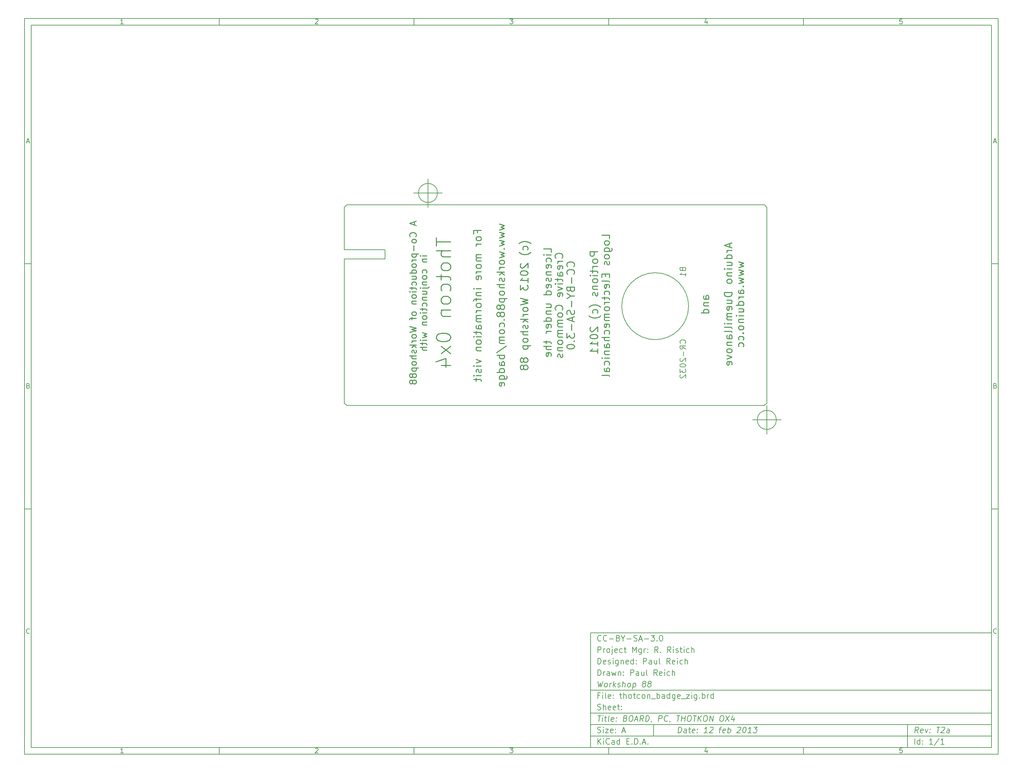
<source format=gbo>
G04 (created by PCBNEW (2012-11-15 BZR 3804)-stable) date Tue 12 Feb 2013 01:01:19 CST*
%MOIN*%
G04 Gerber Fmt 3.4, Leading zero omitted, Abs format*
%FSLAX34Y34*%
G01*
G70*
G90*
G04 APERTURE LIST*
%ADD10C,0.006*%
%ADD11C,0.007*%
%ADD12C,0.01*%
%ADD13C,0.00590551*%
%ADD14C,0.008*%
G04 APERTURE END LIST*
G54D10*
X-38750Y36250D02*
X63250Y36250D01*
X63250Y-40750D01*
X-38750Y-40750D01*
X-38750Y36250D01*
X-38050Y35550D02*
X62550Y35550D01*
X62550Y-40050D01*
X-38050Y-40050D01*
X-38050Y35550D01*
X-18350Y36250D02*
X-18350Y35550D01*
X-28407Y35697D02*
X-28692Y35697D01*
X-28550Y35697D02*
X-28550Y36197D01*
X-28597Y36126D01*
X-28645Y36078D01*
X-28692Y36054D01*
X-18350Y-40750D02*
X-18350Y-40050D01*
X-28407Y-40602D02*
X-28692Y-40602D01*
X-28550Y-40602D02*
X-28550Y-40102D01*
X-28597Y-40173D01*
X-28645Y-40221D01*
X-28692Y-40245D01*
X2050Y36250D02*
X2050Y35550D01*
X-8292Y36150D02*
X-8269Y36173D01*
X-8221Y36197D01*
X-8102Y36197D01*
X-8054Y36173D01*
X-8030Y36150D01*
X-8007Y36102D01*
X-8007Y36054D01*
X-8030Y35983D01*
X-8316Y35697D01*
X-8007Y35697D01*
X2050Y-40750D02*
X2050Y-40050D01*
X-8292Y-40150D02*
X-8269Y-40126D01*
X-8221Y-40102D01*
X-8102Y-40102D01*
X-8054Y-40126D01*
X-8030Y-40150D01*
X-8007Y-40197D01*
X-8007Y-40245D01*
X-8030Y-40316D01*
X-8316Y-40602D01*
X-8007Y-40602D01*
X22450Y36250D02*
X22450Y35550D01*
X12083Y36197D02*
X12392Y36197D01*
X12226Y36007D01*
X12297Y36007D01*
X12345Y35983D01*
X12369Y35959D01*
X12392Y35911D01*
X12392Y35792D01*
X12369Y35745D01*
X12345Y35721D01*
X12297Y35697D01*
X12154Y35697D01*
X12107Y35721D01*
X12083Y35745D01*
X22450Y-40750D02*
X22450Y-40050D01*
X12083Y-40102D02*
X12392Y-40102D01*
X12226Y-40292D01*
X12297Y-40292D01*
X12345Y-40316D01*
X12369Y-40340D01*
X12392Y-40388D01*
X12392Y-40507D01*
X12369Y-40554D01*
X12345Y-40578D01*
X12297Y-40602D01*
X12154Y-40602D01*
X12107Y-40578D01*
X12083Y-40554D01*
X42850Y36250D02*
X42850Y35550D01*
X32745Y36030D02*
X32745Y35697D01*
X32626Y36221D02*
X32507Y35864D01*
X32816Y35864D01*
X42850Y-40750D02*
X42850Y-40050D01*
X32745Y-40269D02*
X32745Y-40602D01*
X32626Y-40078D02*
X32507Y-40435D01*
X32816Y-40435D01*
X53169Y36197D02*
X52930Y36197D01*
X52907Y35959D01*
X52930Y35983D01*
X52978Y36007D01*
X53097Y36007D01*
X53145Y35983D01*
X53169Y35959D01*
X53192Y35911D01*
X53192Y35792D01*
X53169Y35745D01*
X53145Y35721D01*
X53097Y35697D01*
X52978Y35697D01*
X52930Y35721D01*
X52907Y35745D01*
X53169Y-40102D02*
X52930Y-40102D01*
X52907Y-40340D01*
X52930Y-40316D01*
X52978Y-40292D01*
X53097Y-40292D01*
X53145Y-40316D01*
X53169Y-40340D01*
X53192Y-40388D01*
X53192Y-40507D01*
X53169Y-40554D01*
X53145Y-40578D01*
X53097Y-40602D01*
X52978Y-40602D01*
X52930Y-40578D01*
X52907Y-40554D01*
X-38750Y10590D02*
X-38050Y10590D01*
X-38519Y23360D02*
X-38280Y23360D01*
X-38566Y23217D02*
X-38399Y23717D01*
X-38233Y23217D01*
X63250Y10590D02*
X62550Y10590D01*
X62780Y23360D02*
X63019Y23360D01*
X62733Y23217D02*
X62900Y23717D01*
X63066Y23217D01*
X-38750Y-15070D02*
X-38050Y-15070D01*
X-38364Y-2180D02*
X-38292Y-2204D01*
X-38269Y-2228D01*
X-38245Y-2275D01*
X-38245Y-2347D01*
X-38269Y-2394D01*
X-38292Y-2418D01*
X-38340Y-2442D01*
X-38530Y-2442D01*
X-38530Y-1942D01*
X-38364Y-1942D01*
X-38316Y-1966D01*
X-38292Y-1990D01*
X-38269Y-2037D01*
X-38269Y-2085D01*
X-38292Y-2132D01*
X-38316Y-2156D01*
X-38364Y-2180D01*
X-38530Y-2180D01*
X63250Y-15070D02*
X62550Y-15070D01*
X62935Y-2180D02*
X63007Y-2204D01*
X63030Y-2228D01*
X63054Y-2275D01*
X63054Y-2347D01*
X63030Y-2394D01*
X63007Y-2418D01*
X62959Y-2442D01*
X62769Y-2442D01*
X62769Y-1942D01*
X62935Y-1942D01*
X62983Y-1966D01*
X63007Y-1990D01*
X63030Y-2037D01*
X63030Y-2085D01*
X63007Y-2132D01*
X62983Y-2156D01*
X62935Y-2180D01*
X62769Y-2180D01*
X-38245Y-28054D02*
X-38269Y-28078D01*
X-38340Y-28102D01*
X-38388Y-28102D01*
X-38459Y-28078D01*
X-38507Y-28030D01*
X-38530Y-27983D01*
X-38554Y-27888D01*
X-38554Y-27816D01*
X-38530Y-27721D01*
X-38507Y-27673D01*
X-38459Y-27626D01*
X-38388Y-27602D01*
X-38340Y-27602D01*
X-38269Y-27626D01*
X-38245Y-27650D01*
X63054Y-28054D02*
X63030Y-28078D01*
X62959Y-28102D01*
X62911Y-28102D01*
X62840Y-28078D01*
X62792Y-28030D01*
X62769Y-27983D01*
X62745Y-27888D01*
X62745Y-27816D01*
X62769Y-27721D01*
X62792Y-27673D01*
X62840Y-27626D01*
X62911Y-27602D01*
X62959Y-27602D01*
X63030Y-27626D01*
X63054Y-27650D01*
X29700Y-38492D02*
X29775Y-37892D01*
X29917Y-37892D01*
X30000Y-37921D01*
X30050Y-37978D01*
X30071Y-38035D01*
X30085Y-38150D01*
X30075Y-38235D01*
X30032Y-38350D01*
X29996Y-38407D01*
X29932Y-38464D01*
X29842Y-38492D01*
X29700Y-38492D01*
X30557Y-38492D02*
X30596Y-38178D01*
X30575Y-38121D01*
X30521Y-38092D01*
X30407Y-38092D01*
X30346Y-38121D01*
X30560Y-38464D02*
X30500Y-38492D01*
X30357Y-38492D01*
X30303Y-38464D01*
X30282Y-38407D01*
X30289Y-38350D01*
X30325Y-38292D01*
X30385Y-38264D01*
X30528Y-38264D01*
X30589Y-38235D01*
X30807Y-38092D02*
X31035Y-38092D01*
X30917Y-37892D02*
X30853Y-38407D01*
X30875Y-38464D01*
X30928Y-38492D01*
X30985Y-38492D01*
X31417Y-38464D02*
X31357Y-38492D01*
X31242Y-38492D01*
X31189Y-38464D01*
X31167Y-38407D01*
X31196Y-38178D01*
X31232Y-38121D01*
X31292Y-38092D01*
X31407Y-38092D01*
X31460Y-38121D01*
X31482Y-38178D01*
X31475Y-38235D01*
X31182Y-38292D01*
X31707Y-38435D02*
X31732Y-38464D01*
X31700Y-38492D01*
X31675Y-38464D01*
X31707Y-38435D01*
X31700Y-38492D01*
X31746Y-38121D02*
X31771Y-38150D01*
X31739Y-38178D01*
X31714Y-38150D01*
X31746Y-38121D01*
X31739Y-38178D01*
X32757Y-38492D02*
X32414Y-38492D01*
X32585Y-38492D02*
X32660Y-37892D01*
X32592Y-37978D01*
X32528Y-38035D01*
X32467Y-38064D01*
X33053Y-37950D02*
X33085Y-37921D01*
X33146Y-37892D01*
X33289Y-37892D01*
X33342Y-37921D01*
X33367Y-37950D01*
X33389Y-38007D01*
X33382Y-38064D01*
X33342Y-38150D01*
X32957Y-38492D01*
X33328Y-38492D01*
X34007Y-38092D02*
X34235Y-38092D01*
X34042Y-38492D02*
X34107Y-37978D01*
X34142Y-37921D01*
X34203Y-37892D01*
X34260Y-37892D01*
X34617Y-38464D02*
X34557Y-38492D01*
X34442Y-38492D01*
X34389Y-38464D01*
X34367Y-38407D01*
X34396Y-38178D01*
X34432Y-38121D01*
X34492Y-38092D01*
X34607Y-38092D01*
X34660Y-38121D01*
X34682Y-38178D01*
X34675Y-38235D01*
X34382Y-38292D01*
X34900Y-38492D02*
X34975Y-37892D01*
X34946Y-38121D02*
X35007Y-38092D01*
X35121Y-38092D01*
X35175Y-38121D01*
X35200Y-38150D01*
X35221Y-38207D01*
X35200Y-38378D01*
X35164Y-38435D01*
X35132Y-38464D01*
X35071Y-38492D01*
X34957Y-38492D01*
X34903Y-38464D01*
X35939Y-37950D02*
X35971Y-37921D01*
X36032Y-37892D01*
X36175Y-37892D01*
X36228Y-37921D01*
X36253Y-37950D01*
X36275Y-38007D01*
X36267Y-38064D01*
X36228Y-38150D01*
X35842Y-38492D01*
X36214Y-38492D01*
X36660Y-37892D02*
X36717Y-37892D01*
X36771Y-37921D01*
X36796Y-37950D01*
X36817Y-38007D01*
X36832Y-38121D01*
X36814Y-38264D01*
X36771Y-38378D01*
X36735Y-38435D01*
X36703Y-38464D01*
X36642Y-38492D01*
X36585Y-38492D01*
X36532Y-38464D01*
X36507Y-38435D01*
X36485Y-38378D01*
X36471Y-38264D01*
X36489Y-38121D01*
X36532Y-38007D01*
X36567Y-37950D01*
X36600Y-37921D01*
X36660Y-37892D01*
X37357Y-38492D02*
X37014Y-38492D01*
X37185Y-38492D02*
X37260Y-37892D01*
X37192Y-37978D01*
X37128Y-38035D01*
X37067Y-38064D01*
X37632Y-37892D02*
X38003Y-37892D01*
X37775Y-38121D01*
X37860Y-38121D01*
X37914Y-38150D01*
X37939Y-38178D01*
X37960Y-38235D01*
X37942Y-38378D01*
X37907Y-38435D01*
X37875Y-38464D01*
X37814Y-38492D01*
X37642Y-38492D01*
X37589Y-38464D01*
X37564Y-38435D01*
X21292Y-39692D02*
X21292Y-39092D01*
X21635Y-39692D02*
X21378Y-39350D01*
X21635Y-39092D02*
X21292Y-39435D01*
X21892Y-39692D02*
X21892Y-39292D01*
X21892Y-39092D02*
X21864Y-39121D01*
X21892Y-39150D01*
X21921Y-39121D01*
X21892Y-39092D01*
X21892Y-39150D01*
X22521Y-39635D02*
X22492Y-39664D01*
X22407Y-39692D01*
X22350Y-39692D01*
X22264Y-39664D01*
X22207Y-39607D01*
X22178Y-39550D01*
X22150Y-39435D01*
X22150Y-39350D01*
X22178Y-39235D01*
X22207Y-39178D01*
X22264Y-39121D01*
X22350Y-39092D01*
X22407Y-39092D01*
X22492Y-39121D01*
X22521Y-39150D01*
X23035Y-39692D02*
X23035Y-39378D01*
X23007Y-39321D01*
X22950Y-39292D01*
X22835Y-39292D01*
X22778Y-39321D01*
X23035Y-39664D02*
X22978Y-39692D01*
X22835Y-39692D01*
X22778Y-39664D01*
X22750Y-39607D01*
X22750Y-39550D01*
X22778Y-39492D01*
X22835Y-39464D01*
X22978Y-39464D01*
X23035Y-39435D01*
X23578Y-39692D02*
X23578Y-39092D01*
X23578Y-39664D02*
X23521Y-39692D01*
X23407Y-39692D01*
X23350Y-39664D01*
X23321Y-39635D01*
X23292Y-39578D01*
X23292Y-39407D01*
X23321Y-39350D01*
X23350Y-39321D01*
X23407Y-39292D01*
X23521Y-39292D01*
X23578Y-39321D01*
X24321Y-39378D02*
X24521Y-39378D01*
X24607Y-39692D02*
X24321Y-39692D01*
X24321Y-39092D01*
X24607Y-39092D01*
X24864Y-39635D02*
X24892Y-39664D01*
X24864Y-39692D01*
X24835Y-39664D01*
X24864Y-39635D01*
X24864Y-39692D01*
X25149Y-39692D02*
X25149Y-39092D01*
X25292Y-39092D01*
X25378Y-39121D01*
X25435Y-39178D01*
X25464Y-39235D01*
X25492Y-39350D01*
X25492Y-39435D01*
X25464Y-39550D01*
X25435Y-39607D01*
X25378Y-39664D01*
X25292Y-39692D01*
X25149Y-39692D01*
X25749Y-39635D02*
X25778Y-39664D01*
X25749Y-39692D01*
X25721Y-39664D01*
X25749Y-39635D01*
X25749Y-39692D01*
X26007Y-39521D02*
X26292Y-39521D01*
X25949Y-39692D02*
X26149Y-39092D01*
X26349Y-39692D01*
X26549Y-39635D02*
X26578Y-39664D01*
X26549Y-39692D01*
X26521Y-39664D01*
X26549Y-39635D01*
X26549Y-39692D01*
X54842Y-38492D02*
X54678Y-38207D01*
X54500Y-38492D02*
X54575Y-37892D01*
X54803Y-37892D01*
X54857Y-37921D01*
X54882Y-37950D01*
X54903Y-38007D01*
X54892Y-38092D01*
X54857Y-38150D01*
X54825Y-38178D01*
X54764Y-38207D01*
X54535Y-38207D01*
X55332Y-38464D02*
X55271Y-38492D01*
X55157Y-38492D01*
X55103Y-38464D01*
X55082Y-38407D01*
X55110Y-38178D01*
X55146Y-38121D01*
X55207Y-38092D01*
X55321Y-38092D01*
X55375Y-38121D01*
X55396Y-38178D01*
X55389Y-38235D01*
X55096Y-38292D01*
X55607Y-38092D02*
X55700Y-38492D01*
X55892Y-38092D01*
X56078Y-38435D02*
X56103Y-38464D01*
X56071Y-38492D01*
X56046Y-38464D01*
X56078Y-38435D01*
X56071Y-38492D01*
X56117Y-38121D02*
X56142Y-38150D01*
X56110Y-38178D01*
X56085Y-38150D01*
X56117Y-38121D01*
X56110Y-38178D01*
X56803Y-37892D02*
X57146Y-37892D01*
X56900Y-38492D02*
X56975Y-37892D01*
X57310Y-37950D02*
X57342Y-37921D01*
X57403Y-37892D01*
X57546Y-37892D01*
X57600Y-37921D01*
X57625Y-37950D01*
X57646Y-38007D01*
X57639Y-38064D01*
X57600Y-38150D01*
X57214Y-38492D01*
X57585Y-38492D01*
X58100Y-38492D02*
X58139Y-38178D01*
X58117Y-38121D01*
X58064Y-38092D01*
X57950Y-38092D01*
X57889Y-38121D01*
X58103Y-38464D02*
X58042Y-38492D01*
X57900Y-38492D01*
X57846Y-38464D01*
X57825Y-38407D01*
X57832Y-38350D01*
X57867Y-38292D01*
X57928Y-38264D01*
X58071Y-38264D01*
X58132Y-38235D01*
X21264Y-38464D02*
X21350Y-38492D01*
X21492Y-38492D01*
X21550Y-38464D01*
X21578Y-38435D01*
X21607Y-38378D01*
X21607Y-38321D01*
X21578Y-38264D01*
X21550Y-38235D01*
X21492Y-38207D01*
X21378Y-38178D01*
X21321Y-38150D01*
X21292Y-38121D01*
X21264Y-38064D01*
X21264Y-38007D01*
X21292Y-37950D01*
X21321Y-37921D01*
X21378Y-37892D01*
X21521Y-37892D01*
X21607Y-37921D01*
X21864Y-38492D02*
X21864Y-38092D01*
X21864Y-37892D02*
X21835Y-37921D01*
X21864Y-37950D01*
X21892Y-37921D01*
X21864Y-37892D01*
X21864Y-37950D01*
X22092Y-38092D02*
X22407Y-38092D01*
X22092Y-38492D01*
X22407Y-38492D01*
X22864Y-38464D02*
X22807Y-38492D01*
X22692Y-38492D01*
X22635Y-38464D01*
X22607Y-38407D01*
X22607Y-38178D01*
X22635Y-38121D01*
X22692Y-38092D01*
X22807Y-38092D01*
X22864Y-38121D01*
X22892Y-38178D01*
X22892Y-38235D01*
X22607Y-38292D01*
X23150Y-38435D02*
X23178Y-38464D01*
X23150Y-38492D01*
X23121Y-38464D01*
X23150Y-38435D01*
X23150Y-38492D01*
X23150Y-38121D02*
X23178Y-38150D01*
X23150Y-38178D01*
X23121Y-38150D01*
X23150Y-38121D01*
X23150Y-38178D01*
X23864Y-38321D02*
X24150Y-38321D01*
X23807Y-38492D02*
X24007Y-37892D01*
X24207Y-38492D01*
X54492Y-39692D02*
X54492Y-39092D01*
X55035Y-39692D02*
X55035Y-39092D01*
X55035Y-39664D02*
X54978Y-39692D01*
X54864Y-39692D01*
X54807Y-39664D01*
X54778Y-39635D01*
X54750Y-39578D01*
X54750Y-39407D01*
X54778Y-39350D01*
X54807Y-39321D01*
X54864Y-39292D01*
X54978Y-39292D01*
X55035Y-39321D01*
X55321Y-39635D02*
X55350Y-39664D01*
X55321Y-39692D01*
X55292Y-39664D01*
X55321Y-39635D01*
X55321Y-39692D01*
X55321Y-39321D02*
X55350Y-39350D01*
X55321Y-39378D01*
X55292Y-39350D01*
X55321Y-39321D01*
X55321Y-39378D01*
X56378Y-39692D02*
X56035Y-39692D01*
X56207Y-39692D02*
X56207Y-39092D01*
X56149Y-39178D01*
X56092Y-39235D01*
X56035Y-39264D01*
X57064Y-39064D02*
X56550Y-39835D01*
X57578Y-39692D02*
X57235Y-39692D01*
X57407Y-39692D02*
X57407Y-39092D01*
X57349Y-39178D01*
X57292Y-39235D01*
X57235Y-39264D01*
X21289Y-36692D02*
X21632Y-36692D01*
X21385Y-37292D02*
X21460Y-36692D01*
X21757Y-37292D02*
X21807Y-36892D01*
X21832Y-36692D02*
X21800Y-36721D01*
X21825Y-36750D01*
X21857Y-36721D01*
X21832Y-36692D01*
X21825Y-36750D01*
X22007Y-36892D02*
X22235Y-36892D01*
X22117Y-36692D02*
X22053Y-37207D01*
X22075Y-37264D01*
X22128Y-37292D01*
X22185Y-37292D01*
X22471Y-37292D02*
X22417Y-37264D01*
X22396Y-37207D01*
X22460Y-36692D01*
X22932Y-37264D02*
X22871Y-37292D01*
X22757Y-37292D01*
X22703Y-37264D01*
X22682Y-37207D01*
X22710Y-36978D01*
X22746Y-36921D01*
X22807Y-36892D01*
X22921Y-36892D01*
X22975Y-36921D01*
X22996Y-36978D01*
X22989Y-37035D01*
X22696Y-37092D01*
X23221Y-37235D02*
X23246Y-37264D01*
X23214Y-37292D01*
X23189Y-37264D01*
X23221Y-37235D01*
X23214Y-37292D01*
X23260Y-36921D02*
X23285Y-36950D01*
X23253Y-36978D01*
X23228Y-36950D01*
X23260Y-36921D01*
X23253Y-36978D01*
X24196Y-36978D02*
X24278Y-37007D01*
X24303Y-37035D01*
X24325Y-37092D01*
X24314Y-37178D01*
X24278Y-37235D01*
X24246Y-37264D01*
X24185Y-37292D01*
X23957Y-37292D01*
X24032Y-36692D01*
X24232Y-36692D01*
X24285Y-36721D01*
X24310Y-36750D01*
X24332Y-36807D01*
X24325Y-36864D01*
X24289Y-36921D01*
X24257Y-36950D01*
X24196Y-36978D01*
X23996Y-36978D01*
X24746Y-36692D02*
X24860Y-36692D01*
X24914Y-36721D01*
X24964Y-36778D01*
X24978Y-36892D01*
X24953Y-37092D01*
X24910Y-37207D01*
X24846Y-37264D01*
X24785Y-37292D01*
X24671Y-37292D01*
X24617Y-37264D01*
X24567Y-37207D01*
X24553Y-37092D01*
X24578Y-36892D01*
X24621Y-36778D01*
X24685Y-36721D01*
X24746Y-36692D01*
X25178Y-37121D02*
X25464Y-37121D01*
X25100Y-37292D02*
X25375Y-36692D01*
X25500Y-37292D01*
X26042Y-37292D02*
X25878Y-37007D01*
X25700Y-37292D02*
X25775Y-36692D01*
X26003Y-36692D01*
X26057Y-36721D01*
X26082Y-36750D01*
X26103Y-36807D01*
X26092Y-36892D01*
X26057Y-36950D01*
X26025Y-36978D01*
X25964Y-37007D01*
X25735Y-37007D01*
X26300Y-37292D02*
X26375Y-36692D01*
X26517Y-36692D01*
X26600Y-36721D01*
X26650Y-36778D01*
X26671Y-36835D01*
X26685Y-36950D01*
X26675Y-37035D01*
X26632Y-37150D01*
X26596Y-37207D01*
X26532Y-37264D01*
X26442Y-37292D01*
X26300Y-37292D01*
X26932Y-37264D02*
X26928Y-37292D01*
X26892Y-37350D01*
X26860Y-37378D01*
X27642Y-37292D02*
X27717Y-36692D01*
X27946Y-36692D01*
X27999Y-36721D01*
X28025Y-36750D01*
X28046Y-36807D01*
X28035Y-36892D01*
X28000Y-36950D01*
X27967Y-36978D01*
X27907Y-37007D01*
X27678Y-37007D01*
X28592Y-37235D02*
X28560Y-37264D01*
X28471Y-37292D01*
X28414Y-37292D01*
X28332Y-37264D01*
X28282Y-37207D01*
X28260Y-37150D01*
X28246Y-37035D01*
X28257Y-36950D01*
X28300Y-36835D01*
X28335Y-36778D01*
X28399Y-36721D01*
X28489Y-36692D01*
X28546Y-36692D01*
X28628Y-36721D01*
X28653Y-36750D01*
X28875Y-37264D02*
X28871Y-37292D01*
X28835Y-37350D01*
X28803Y-37378D01*
X29575Y-36692D02*
X29917Y-36692D01*
X29671Y-37292D02*
X29746Y-36692D01*
X30042Y-37292D02*
X30117Y-36692D01*
X30082Y-36978D02*
X30425Y-36978D01*
X30385Y-37292D02*
X30460Y-36692D01*
X30860Y-36692D02*
X30975Y-36692D01*
X31028Y-36721D01*
X31078Y-36778D01*
X31092Y-36892D01*
X31067Y-37092D01*
X31024Y-37207D01*
X30960Y-37264D01*
X30900Y-37292D01*
X30785Y-37292D01*
X30732Y-37264D01*
X30682Y-37207D01*
X30667Y-37092D01*
X30692Y-36892D01*
X30735Y-36778D01*
X30799Y-36721D01*
X30860Y-36692D01*
X31289Y-36692D02*
X31632Y-36692D01*
X31385Y-37292D02*
X31460Y-36692D01*
X31757Y-37292D02*
X31832Y-36692D01*
X32099Y-37292D02*
X31885Y-36950D01*
X32174Y-36692D02*
X31789Y-37035D01*
X32546Y-36692D02*
X32660Y-36692D01*
X32714Y-36721D01*
X32764Y-36778D01*
X32778Y-36892D01*
X32753Y-37092D01*
X32710Y-37207D01*
X32646Y-37264D01*
X32585Y-37292D01*
X32471Y-37292D01*
X32417Y-37264D01*
X32367Y-37207D01*
X32353Y-37092D01*
X32378Y-36892D01*
X32421Y-36778D01*
X32485Y-36721D01*
X32546Y-36692D01*
X32985Y-37292D02*
X33060Y-36692D01*
X33328Y-37292D01*
X33403Y-36692D01*
X34260Y-36692D02*
X34374Y-36692D01*
X34428Y-36721D01*
X34478Y-36778D01*
X34492Y-36892D01*
X34467Y-37092D01*
X34424Y-37207D01*
X34360Y-37264D01*
X34299Y-37292D01*
X34185Y-37292D01*
X34132Y-37264D01*
X34082Y-37207D01*
X34067Y-37092D01*
X34092Y-36892D01*
X34135Y-36778D01*
X34199Y-36721D01*
X34260Y-36692D01*
X34717Y-36692D02*
X35042Y-37292D01*
X35117Y-36692D02*
X34642Y-37292D01*
X35578Y-36892D02*
X35528Y-37292D01*
X35464Y-36664D02*
X35267Y-37092D01*
X35639Y-37092D01*
X21492Y-34578D02*
X21292Y-34578D01*
X21292Y-34892D02*
X21292Y-34292D01*
X21578Y-34292D01*
X21807Y-34892D02*
X21807Y-34492D01*
X21807Y-34292D02*
X21778Y-34321D01*
X21807Y-34350D01*
X21835Y-34321D01*
X21807Y-34292D01*
X21807Y-34350D01*
X22178Y-34892D02*
X22121Y-34864D01*
X22092Y-34807D01*
X22092Y-34292D01*
X22635Y-34864D02*
X22578Y-34892D01*
X22464Y-34892D01*
X22407Y-34864D01*
X22378Y-34807D01*
X22378Y-34578D01*
X22407Y-34521D01*
X22464Y-34492D01*
X22578Y-34492D01*
X22635Y-34521D01*
X22664Y-34578D01*
X22664Y-34635D01*
X22378Y-34692D01*
X22921Y-34835D02*
X22950Y-34864D01*
X22921Y-34892D01*
X22892Y-34864D01*
X22921Y-34835D01*
X22921Y-34892D01*
X22921Y-34521D02*
X22950Y-34550D01*
X22921Y-34578D01*
X22892Y-34550D01*
X22921Y-34521D01*
X22921Y-34578D01*
X23578Y-34492D02*
X23807Y-34492D01*
X23664Y-34292D02*
X23664Y-34807D01*
X23692Y-34864D01*
X23750Y-34892D01*
X23807Y-34892D01*
X24007Y-34892D02*
X24007Y-34292D01*
X24264Y-34892D02*
X24264Y-34578D01*
X24235Y-34521D01*
X24178Y-34492D01*
X24092Y-34492D01*
X24035Y-34521D01*
X24007Y-34550D01*
X24635Y-34892D02*
X24578Y-34864D01*
X24550Y-34835D01*
X24521Y-34778D01*
X24521Y-34607D01*
X24550Y-34550D01*
X24578Y-34521D01*
X24635Y-34492D01*
X24721Y-34492D01*
X24778Y-34521D01*
X24807Y-34550D01*
X24835Y-34607D01*
X24835Y-34778D01*
X24807Y-34835D01*
X24778Y-34864D01*
X24721Y-34892D01*
X24635Y-34892D01*
X25007Y-34492D02*
X25235Y-34492D01*
X25092Y-34292D02*
X25092Y-34807D01*
X25121Y-34864D01*
X25178Y-34892D01*
X25235Y-34892D01*
X25692Y-34864D02*
X25635Y-34892D01*
X25521Y-34892D01*
X25464Y-34864D01*
X25435Y-34835D01*
X25407Y-34778D01*
X25407Y-34607D01*
X25435Y-34550D01*
X25464Y-34521D01*
X25521Y-34492D01*
X25635Y-34492D01*
X25692Y-34521D01*
X26035Y-34892D02*
X25978Y-34864D01*
X25950Y-34835D01*
X25921Y-34778D01*
X25921Y-34607D01*
X25950Y-34550D01*
X25978Y-34521D01*
X26035Y-34492D01*
X26121Y-34492D01*
X26178Y-34521D01*
X26207Y-34550D01*
X26235Y-34607D01*
X26235Y-34778D01*
X26207Y-34835D01*
X26178Y-34864D01*
X26121Y-34892D01*
X26035Y-34892D01*
X26492Y-34492D02*
X26492Y-34892D01*
X26492Y-34550D02*
X26521Y-34521D01*
X26578Y-34492D01*
X26664Y-34492D01*
X26721Y-34521D01*
X26750Y-34578D01*
X26750Y-34892D01*
X26892Y-34950D02*
X27350Y-34950D01*
X27492Y-34892D02*
X27492Y-34292D01*
X27492Y-34521D02*
X27550Y-34492D01*
X27664Y-34492D01*
X27721Y-34521D01*
X27750Y-34550D01*
X27778Y-34607D01*
X27778Y-34778D01*
X27750Y-34835D01*
X27721Y-34864D01*
X27664Y-34892D01*
X27550Y-34892D01*
X27492Y-34864D01*
X28292Y-34892D02*
X28292Y-34578D01*
X28264Y-34521D01*
X28207Y-34492D01*
X28092Y-34492D01*
X28035Y-34521D01*
X28292Y-34864D02*
X28235Y-34892D01*
X28092Y-34892D01*
X28035Y-34864D01*
X28007Y-34807D01*
X28007Y-34750D01*
X28035Y-34692D01*
X28092Y-34664D01*
X28235Y-34664D01*
X28292Y-34635D01*
X28835Y-34892D02*
X28835Y-34292D01*
X28835Y-34864D02*
X28778Y-34892D01*
X28664Y-34892D01*
X28607Y-34864D01*
X28578Y-34835D01*
X28550Y-34778D01*
X28550Y-34607D01*
X28578Y-34550D01*
X28607Y-34521D01*
X28664Y-34492D01*
X28778Y-34492D01*
X28835Y-34521D01*
X29378Y-34492D02*
X29378Y-34978D01*
X29350Y-35035D01*
X29321Y-35064D01*
X29264Y-35092D01*
X29178Y-35092D01*
X29121Y-35064D01*
X29378Y-34864D02*
X29321Y-34892D01*
X29207Y-34892D01*
X29150Y-34864D01*
X29121Y-34835D01*
X29092Y-34778D01*
X29092Y-34607D01*
X29121Y-34550D01*
X29150Y-34521D01*
X29207Y-34492D01*
X29321Y-34492D01*
X29378Y-34521D01*
X29892Y-34864D02*
X29835Y-34892D01*
X29721Y-34892D01*
X29664Y-34864D01*
X29635Y-34807D01*
X29635Y-34578D01*
X29664Y-34521D01*
X29721Y-34492D01*
X29835Y-34492D01*
X29892Y-34521D01*
X29921Y-34578D01*
X29921Y-34635D01*
X29635Y-34692D01*
X30035Y-34950D02*
X30492Y-34950D01*
X30578Y-34492D02*
X30892Y-34492D01*
X30578Y-34892D01*
X30892Y-34892D01*
X31121Y-34892D02*
X31121Y-34492D01*
X31121Y-34292D02*
X31092Y-34321D01*
X31121Y-34350D01*
X31150Y-34321D01*
X31121Y-34292D01*
X31121Y-34350D01*
X31664Y-34492D02*
X31664Y-34978D01*
X31635Y-35035D01*
X31607Y-35064D01*
X31549Y-35092D01*
X31464Y-35092D01*
X31407Y-35064D01*
X31664Y-34864D02*
X31607Y-34892D01*
X31492Y-34892D01*
X31435Y-34864D01*
X31407Y-34835D01*
X31378Y-34778D01*
X31378Y-34607D01*
X31407Y-34550D01*
X31435Y-34521D01*
X31492Y-34492D01*
X31607Y-34492D01*
X31664Y-34521D01*
X31949Y-34835D02*
X31978Y-34864D01*
X31949Y-34892D01*
X31921Y-34864D01*
X31949Y-34835D01*
X31949Y-34892D01*
X32235Y-34892D02*
X32235Y-34292D01*
X32235Y-34521D02*
X32292Y-34492D01*
X32407Y-34492D01*
X32464Y-34521D01*
X32492Y-34550D01*
X32521Y-34607D01*
X32521Y-34778D01*
X32492Y-34835D01*
X32464Y-34864D01*
X32407Y-34892D01*
X32292Y-34892D01*
X32235Y-34864D01*
X32778Y-34892D02*
X32778Y-34492D01*
X32778Y-34607D02*
X32807Y-34550D01*
X32835Y-34521D01*
X32892Y-34492D01*
X32949Y-34492D01*
X33407Y-34892D02*
X33407Y-34292D01*
X33407Y-34864D02*
X33349Y-34892D01*
X33235Y-34892D01*
X33178Y-34864D01*
X33149Y-34835D01*
X33121Y-34778D01*
X33121Y-34607D01*
X33149Y-34550D01*
X33178Y-34521D01*
X33235Y-34492D01*
X33349Y-34492D01*
X33407Y-34521D01*
X21264Y-36064D02*
X21350Y-36092D01*
X21492Y-36092D01*
X21550Y-36064D01*
X21578Y-36035D01*
X21607Y-35978D01*
X21607Y-35921D01*
X21578Y-35864D01*
X21550Y-35835D01*
X21492Y-35807D01*
X21378Y-35778D01*
X21321Y-35750D01*
X21292Y-35721D01*
X21264Y-35664D01*
X21264Y-35607D01*
X21292Y-35550D01*
X21321Y-35521D01*
X21378Y-35492D01*
X21521Y-35492D01*
X21607Y-35521D01*
X21864Y-36092D02*
X21864Y-35492D01*
X22121Y-36092D02*
X22121Y-35778D01*
X22092Y-35721D01*
X22035Y-35692D01*
X21950Y-35692D01*
X21892Y-35721D01*
X21864Y-35750D01*
X22635Y-36064D02*
X22578Y-36092D01*
X22464Y-36092D01*
X22407Y-36064D01*
X22378Y-36007D01*
X22378Y-35778D01*
X22407Y-35721D01*
X22464Y-35692D01*
X22578Y-35692D01*
X22635Y-35721D01*
X22664Y-35778D01*
X22664Y-35835D01*
X22378Y-35892D01*
X23150Y-36064D02*
X23092Y-36092D01*
X22978Y-36092D01*
X22921Y-36064D01*
X22892Y-36007D01*
X22892Y-35778D01*
X22921Y-35721D01*
X22978Y-35692D01*
X23092Y-35692D01*
X23150Y-35721D01*
X23178Y-35778D01*
X23178Y-35835D01*
X22892Y-35892D01*
X23350Y-35692D02*
X23578Y-35692D01*
X23435Y-35492D02*
X23435Y-36007D01*
X23464Y-36064D01*
X23521Y-36092D01*
X23578Y-36092D01*
X23778Y-36035D02*
X23807Y-36064D01*
X23778Y-36092D01*
X23750Y-36064D01*
X23778Y-36035D01*
X23778Y-36092D01*
X23778Y-35721D02*
X23807Y-35750D01*
X23778Y-35778D01*
X23750Y-35750D01*
X23778Y-35721D01*
X23778Y-35778D01*
X21317Y-33092D02*
X21385Y-33692D01*
X21553Y-33264D01*
X21614Y-33692D01*
X21832Y-33092D01*
X22071Y-33692D02*
X22017Y-33664D01*
X21992Y-33635D01*
X21971Y-33578D01*
X21992Y-33407D01*
X22028Y-33350D01*
X22060Y-33321D01*
X22121Y-33292D01*
X22207Y-33292D01*
X22260Y-33321D01*
X22285Y-33350D01*
X22307Y-33407D01*
X22285Y-33578D01*
X22250Y-33635D01*
X22217Y-33664D01*
X22157Y-33692D01*
X22071Y-33692D01*
X22528Y-33692D02*
X22578Y-33292D01*
X22564Y-33407D02*
X22600Y-33350D01*
X22632Y-33321D01*
X22692Y-33292D01*
X22750Y-33292D01*
X22900Y-33692D02*
X22975Y-33092D01*
X22985Y-33464D02*
X23128Y-33692D01*
X23178Y-33292D02*
X22921Y-33521D01*
X23360Y-33664D02*
X23414Y-33692D01*
X23528Y-33692D01*
X23589Y-33664D01*
X23625Y-33607D01*
X23628Y-33578D01*
X23607Y-33521D01*
X23553Y-33492D01*
X23467Y-33492D01*
X23414Y-33464D01*
X23392Y-33407D01*
X23396Y-33378D01*
X23432Y-33321D01*
X23492Y-33292D01*
X23578Y-33292D01*
X23632Y-33321D01*
X23871Y-33692D02*
X23946Y-33092D01*
X24128Y-33692D02*
X24167Y-33378D01*
X24146Y-33321D01*
X24092Y-33292D01*
X24007Y-33292D01*
X23946Y-33321D01*
X23914Y-33350D01*
X24499Y-33692D02*
X24446Y-33664D01*
X24421Y-33635D01*
X24400Y-33578D01*
X24421Y-33407D01*
X24457Y-33350D01*
X24489Y-33321D01*
X24549Y-33292D01*
X24635Y-33292D01*
X24689Y-33321D01*
X24714Y-33350D01*
X24735Y-33407D01*
X24714Y-33578D01*
X24678Y-33635D01*
X24646Y-33664D01*
X24585Y-33692D01*
X24499Y-33692D01*
X25007Y-33292D02*
X24932Y-33892D01*
X25003Y-33321D02*
X25064Y-33292D01*
X25178Y-33292D01*
X25232Y-33321D01*
X25257Y-33350D01*
X25278Y-33407D01*
X25257Y-33578D01*
X25221Y-33635D01*
X25189Y-33664D01*
X25128Y-33692D01*
X25014Y-33692D01*
X24960Y-33664D01*
X26085Y-33350D02*
X26032Y-33321D01*
X26007Y-33292D01*
X25985Y-33235D01*
X25989Y-33207D01*
X26024Y-33150D01*
X26057Y-33121D01*
X26117Y-33092D01*
X26232Y-33092D01*
X26285Y-33121D01*
X26310Y-33150D01*
X26332Y-33207D01*
X26328Y-33235D01*
X26292Y-33292D01*
X26260Y-33321D01*
X26199Y-33350D01*
X26085Y-33350D01*
X26025Y-33378D01*
X25992Y-33407D01*
X25957Y-33464D01*
X25942Y-33578D01*
X25964Y-33635D01*
X25989Y-33664D01*
X26042Y-33692D01*
X26157Y-33692D01*
X26217Y-33664D01*
X26249Y-33635D01*
X26285Y-33578D01*
X26299Y-33464D01*
X26278Y-33407D01*
X26253Y-33378D01*
X26199Y-33350D01*
X26657Y-33350D02*
X26603Y-33321D01*
X26578Y-33292D01*
X26557Y-33235D01*
X26560Y-33207D01*
X26596Y-33150D01*
X26628Y-33121D01*
X26689Y-33092D01*
X26803Y-33092D01*
X26857Y-33121D01*
X26882Y-33150D01*
X26903Y-33207D01*
X26900Y-33235D01*
X26864Y-33292D01*
X26832Y-33321D01*
X26771Y-33350D01*
X26657Y-33350D01*
X26596Y-33378D01*
X26564Y-33407D01*
X26528Y-33464D01*
X26514Y-33578D01*
X26535Y-33635D01*
X26560Y-33664D01*
X26614Y-33692D01*
X26728Y-33692D01*
X26789Y-33664D01*
X26821Y-33635D01*
X26857Y-33578D01*
X26871Y-33464D01*
X26849Y-33407D01*
X26825Y-33378D01*
X26771Y-33350D01*
X21292Y-32492D02*
X21292Y-31892D01*
X21435Y-31892D01*
X21521Y-31921D01*
X21578Y-31978D01*
X21607Y-32035D01*
X21635Y-32150D01*
X21635Y-32235D01*
X21607Y-32350D01*
X21578Y-32407D01*
X21521Y-32464D01*
X21435Y-32492D01*
X21292Y-32492D01*
X21892Y-32492D02*
X21892Y-32092D01*
X21892Y-32207D02*
X21921Y-32150D01*
X21950Y-32121D01*
X22007Y-32092D01*
X22064Y-32092D01*
X22521Y-32492D02*
X22521Y-32178D01*
X22492Y-32121D01*
X22435Y-32092D01*
X22321Y-32092D01*
X22264Y-32121D01*
X22521Y-32464D02*
X22464Y-32492D01*
X22321Y-32492D01*
X22264Y-32464D01*
X22235Y-32407D01*
X22235Y-32350D01*
X22264Y-32292D01*
X22321Y-32264D01*
X22464Y-32264D01*
X22521Y-32235D01*
X22750Y-32092D02*
X22864Y-32492D01*
X22978Y-32207D01*
X23092Y-32492D01*
X23207Y-32092D01*
X23435Y-32092D02*
X23435Y-32492D01*
X23435Y-32150D02*
X23464Y-32121D01*
X23521Y-32092D01*
X23607Y-32092D01*
X23664Y-32121D01*
X23692Y-32178D01*
X23692Y-32492D01*
X23978Y-32435D02*
X24007Y-32464D01*
X23978Y-32492D01*
X23950Y-32464D01*
X23978Y-32435D01*
X23978Y-32492D01*
X23978Y-32121D02*
X24007Y-32150D01*
X23978Y-32178D01*
X23950Y-32150D01*
X23978Y-32121D01*
X23978Y-32178D01*
X24721Y-32492D02*
X24721Y-31892D01*
X24950Y-31892D01*
X25007Y-31921D01*
X25035Y-31950D01*
X25064Y-32007D01*
X25064Y-32092D01*
X25035Y-32150D01*
X25007Y-32178D01*
X24950Y-32207D01*
X24721Y-32207D01*
X25578Y-32492D02*
X25578Y-32178D01*
X25550Y-32121D01*
X25492Y-32092D01*
X25378Y-32092D01*
X25321Y-32121D01*
X25578Y-32464D02*
X25521Y-32492D01*
X25378Y-32492D01*
X25321Y-32464D01*
X25292Y-32407D01*
X25292Y-32350D01*
X25321Y-32292D01*
X25378Y-32264D01*
X25521Y-32264D01*
X25578Y-32235D01*
X26121Y-32092D02*
X26121Y-32492D01*
X25864Y-32092D02*
X25864Y-32407D01*
X25892Y-32464D01*
X25949Y-32492D01*
X26035Y-32492D01*
X26092Y-32464D01*
X26121Y-32435D01*
X26492Y-32492D02*
X26435Y-32464D01*
X26407Y-32407D01*
X26407Y-31892D01*
X27521Y-32492D02*
X27321Y-32207D01*
X27178Y-32492D02*
X27178Y-31892D01*
X27407Y-31892D01*
X27464Y-31921D01*
X27492Y-31950D01*
X27521Y-32007D01*
X27521Y-32092D01*
X27492Y-32150D01*
X27464Y-32178D01*
X27407Y-32207D01*
X27178Y-32207D01*
X28007Y-32464D02*
X27950Y-32492D01*
X27835Y-32492D01*
X27778Y-32464D01*
X27750Y-32407D01*
X27750Y-32178D01*
X27778Y-32121D01*
X27835Y-32092D01*
X27950Y-32092D01*
X28007Y-32121D01*
X28035Y-32178D01*
X28035Y-32235D01*
X27750Y-32292D01*
X28292Y-32492D02*
X28292Y-32092D01*
X28292Y-31892D02*
X28264Y-31921D01*
X28292Y-31950D01*
X28321Y-31921D01*
X28292Y-31892D01*
X28292Y-31950D01*
X28835Y-32464D02*
X28778Y-32492D01*
X28664Y-32492D01*
X28607Y-32464D01*
X28578Y-32435D01*
X28550Y-32378D01*
X28550Y-32207D01*
X28578Y-32150D01*
X28607Y-32121D01*
X28664Y-32092D01*
X28778Y-32092D01*
X28835Y-32121D01*
X29092Y-32492D02*
X29092Y-31892D01*
X29350Y-32492D02*
X29350Y-32178D01*
X29321Y-32121D01*
X29264Y-32092D01*
X29178Y-32092D01*
X29121Y-32121D01*
X29092Y-32150D01*
X21292Y-31292D02*
X21292Y-30692D01*
X21435Y-30692D01*
X21521Y-30721D01*
X21578Y-30778D01*
X21607Y-30835D01*
X21635Y-30950D01*
X21635Y-31035D01*
X21607Y-31150D01*
X21578Y-31207D01*
X21521Y-31264D01*
X21435Y-31292D01*
X21292Y-31292D01*
X22121Y-31264D02*
X22064Y-31292D01*
X21950Y-31292D01*
X21892Y-31264D01*
X21864Y-31207D01*
X21864Y-30978D01*
X21892Y-30921D01*
X21950Y-30892D01*
X22064Y-30892D01*
X22121Y-30921D01*
X22150Y-30978D01*
X22150Y-31035D01*
X21864Y-31092D01*
X22378Y-31264D02*
X22435Y-31292D01*
X22550Y-31292D01*
X22607Y-31264D01*
X22635Y-31207D01*
X22635Y-31178D01*
X22607Y-31121D01*
X22550Y-31092D01*
X22464Y-31092D01*
X22407Y-31064D01*
X22378Y-31007D01*
X22378Y-30978D01*
X22407Y-30921D01*
X22464Y-30892D01*
X22550Y-30892D01*
X22607Y-30921D01*
X22892Y-31292D02*
X22892Y-30892D01*
X22892Y-30692D02*
X22864Y-30721D01*
X22892Y-30750D01*
X22921Y-30721D01*
X22892Y-30692D01*
X22892Y-30750D01*
X23435Y-30892D02*
X23435Y-31378D01*
X23407Y-31435D01*
X23378Y-31464D01*
X23321Y-31492D01*
X23235Y-31492D01*
X23178Y-31464D01*
X23435Y-31264D02*
X23378Y-31292D01*
X23264Y-31292D01*
X23207Y-31264D01*
X23178Y-31235D01*
X23150Y-31178D01*
X23150Y-31007D01*
X23178Y-30950D01*
X23207Y-30921D01*
X23264Y-30892D01*
X23378Y-30892D01*
X23435Y-30921D01*
X23721Y-30892D02*
X23721Y-31292D01*
X23721Y-30950D02*
X23750Y-30921D01*
X23807Y-30892D01*
X23892Y-30892D01*
X23950Y-30921D01*
X23978Y-30978D01*
X23978Y-31292D01*
X24492Y-31264D02*
X24435Y-31292D01*
X24321Y-31292D01*
X24264Y-31264D01*
X24235Y-31207D01*
X24235Y-30978D01*
X24264Y-30921D01*
X24321Y-30892D01*
X24435Y-30892D01*
X24492Y-30921D01*
X24521Y-30978D01*
X24521Y-31035D01*
X24235Y-31092D01*
X25035Y-31292D02*
X25035Y-30692D01*
X25035Y-31264D02*
X24978Y-31292D01*
X24864Y-31292D01*
X24807Y-31264D01*
X24778Y-31235D01*
X24750Y-31178D01*
X24750Y-31007D01*
X24778Y-30950D01*
X24807Y-30921D01*
X24864Y-30892D01*
X24978Y-30892D01*
X25035Y-30921D01*
X25321Y-31235D02*
X25350Y-31264D01*
X25321Y-31292D01*
X25292Y-31264D01*
X25321Y-31235D01*
X25321Y-31292D01*
X25321Y-30921D02*
X25350Y-30950D01*
X25321Y-30978D01*
X25292Y-30950D01*
X25321Y-30921D01*
X25321Y-30978D01*
X26064Y-31292D02*
X26064Y-30692D01*
X26292Y-30692D01*
X26349Y-30721D01*
X26378Y-30750D01*
X26407Y-30807D01*
X26407Y-30892D01*
X26378Y-30950D01*
X26349Y-30978D01*
X26292Y-31007D01*
X26064Y-31007D01*
X26921Y-31292D02*
X26921Y-30978D01*
X26892Y-30921D01*
X26835Y-30892D01*
X26721Y-30892D01*
X26664Y-30921D01*
X26921Y-31264D02*
X26864Y-31292D01*
X26721Y-31292D01*
X26664Y-31264D01*
X26635Y-31207D01*
X26635Y-31150D01*
X26664Y-31092D01*
X26721Y-31064D01*
X26864Y-31064D01*
X26921Y-31035D01*
X27464Y-30892D02*
X27464Y-31292D01*
X27207Y-30892D02*
X27207Y-31207D01*
X27235Y-31264D01*
X27292Y-31292D01*
X27378Y-31292D01*
X27435Y-31264D01*
X27464Y-31235D01*
X27835Y-31292D02*
X27778Y-31264D01*
X27749Y-31207D01*
X27749Y-30692D01*
X28864Y-31292D02*
X28664Y-31007D01*
X28521Y-31292D02*
X28521Y-30692D01*
X28750Y-30692D01*
X28807Y-30721D01*
X28835Y-30750D01*
X28864Y-30807D01*
X28864Y-30892D01*
X28835Y-30950D01*
X28807Y-30978D01*
X28750Y-31007D01*
X28521Y-31007D01*
X29350Y-31264D02*
X29292Y-31292D01*
X29178Y-31292D01*
X29121Y-31264D01*
X29092Y-31207D01*
X29092Y-30978D01*
X29121Y-30921D01*
X29178Y-30892D01*
X29292Y-30892D01*
X29350Y-30921D01*
X29378Y-30978D01*
X29378Y-31035D01*
X29092Y-31092D01*
X29635Y-31292D02*
X29635Y-30892D01*
X29635Y-30692D02*
X29607Y-30721D01*
X29635Y-30750D01*
X29664Y-30721D01*
X29635Y-30692D01*
X29635Y-30750D01*
X30178Y-31264D02*
X30121Y-31292D01*
X30007Y-31292D01*
X29950Y-31264D01*
X29921Y-31235D01*
X29892Y-31178D01*
X29892Y-31007D01*
X29921Y-30950D01*
X29950Y-30921D01*
X30007Y-30892D01*
X30121Y-30892D01*
X30178Y-30921D01*
X30435Y-31292D02*
X30435Y-30692D01*
X30692Y-31292D02*
X30692Y-30978D01*
X30664Y-30921D01*
X30607Y-30892D01*
X30521Y-30892D01*
X30464Y-30921D01*
X30435Y-30950D01*
X21292Y-30092D02*
X21292Y-29492D01*
X21521Y-29492D01*
X21578Y-29521D01*
X21607Y-29550D01*
X21635Y-29607D01*
X21635Y-29692D01*
X21607Y-29750D01*
X21578Y-29778D01*
X21521Y-29807D01*
X21292Y-29807D01*
X21892Y-30092D02*
X21892Y-29692D01*
X21892Y-29807D02*
X21921Y-29750D01*
X21950Y-29721D01*
X22007Y-29692D01*
X22064Y-29692D01*
X22350Y-30092D02*
X22292Y-30064D01*
X22264Y-30035D01*
X22235Y-29978D01*
X22235Y-29807D01*
X22264Y-29750D01*
X22292Y-29721D01*
X22350Y-29692D01*
X22435Y-29692D01*
X22492Y-29721D01*
X22521Y-29750D01*
X22550Y-29807D01*
X22550Y-29978D01*
X22521Y-30035D01*
X22492Y-30064D01*
X22435Y-30092D01*
X22350Y-30092D01*
X22807Y-29692D02*
X22807Y-30207D01*
X22778Y-30264D01*
X22721Y-30292D01*
X22692Y-30292D01*
X22807Y-29492D02*
X22778Y-29521D01*
X22807Y-29550D01*
X22835Y-29521D01*
X22807Y-29492D01*
X22807Y-29550D01*
X23321Y-30064D02*
X23264Y-30092D01*
X23150Y-30092D01*
X23092Y-30064D01*
X23064Y-30007D01*
X23064Y-29778D01*
X23092Y-29721D01*
X23150Y-29692D01*
X23264Y-29692D01*
X23321Y-29721D01*
X23350Y-29778D01*
X23350Y-29835D01*
X23064Y-29892D01*
X23864Y-30064D02*
X23807Y-30092D01*
X23692Y-30092D01*
X23635Y-30064D01*
X23607Y-30035D01*
X23578Y-29978D01*
X23578Y-29807D01*
X23607Y-29750D01*
X23635Y-29721D01*
X23692Y-29692D01*
X23807Y-29692D01*
X23864Y-29721D01*
X24035Y-29692D02*
X24264Y-29692D01*
X24121Y-29492D02*
X24121Y-30007D01*
X24150Y-30064D01*
X24207Y-30092D01*
X24264Y-30092D01*
X24921Y-30092D02*
X24921Y-29492D01*
X25121Y-29921D01*
X25321Y-29492D01*
X25321Y-30092D01*
X25864Y-29692D02*
X25864Y-30178D01*
X25835Y-30235D01*
X25807Y-30264D01*
X25750Y-30292D01*
X25664Y-30292D01*
X25607Y-30264D01*
X25864Y-30064D02*
X25807Y-30092D01*
X25692Y-30092D01*
X25635Y-30064D01*
X25607Y-30035D01*
X25578Y-29978D01*
X25578Y-29807D01*
X25607Y-29750D01*
X25635Y-29721D01*
X25692Y-29692D01*
X25807Y-29692D01*
X25864Y-29721D01*
X26150Y-30092D02*
X26150Y-29692D01*
X26150Y-29807D02*
X26178Y-29750D01*
X26207Y-29721D01*
X26264Y-29692D01*
X26321Y-29692D01*
X26521Y-30035D02*
X26550Y-30064D01*
X26521Y-30092D01*
X26492Y-30064D01*
X26521Y-30035D01*
X26521Y-30092D01*
X26521Y-29721D02*
X26550Y-29750D01*
X26521Y-29778D01*
X26492Y-29750D01*
X26521Y-29721D01*
X26521Y-29778D01*
X27607Y-30092D02*
X27407Y-29807D01*
X27264Y-30092D02*
X27264Y-29492D01*
X27492Y-29492D01*
X27550Y-29521D01*
X27578Y-29550D01*
X27607Y-29607D01*
X27607Y-29692D01*
X27578Y-29750D01*
X27550Y-29778D01*
X27492Y-29807D01*
X27264Y-29807D01*
X27864Y-30035D02*
X27892Y-30064D01*
X27864Y-30092D01*
X27835Y-30064D01*
X27864Y-30035D01*
X27864Y-30092D01*
X28950Y-30092D02*
X28750Y-29807D01*
X28607Y-30092D02*
X28607Y-29492D01*
X28835Y-29492D01*
X28892Y-29521D01*
X28921Y-29550D01*
X28950Y-29607D01*
X28950Y-29692D01*
X28921Y-29750D01*
X28892Y-29778D01*
X28835Y-29807D01*
X28607Y-29807D01*
X29207Y-30092D02*
X29207Y-29692D01*
X29207Y-29492D02*
X29178Y-29521D01*
X29207Y-29550D01*
X29235Y-29521D01*
X29207Y-29492D01*
X29207Y-29550D01*
X29464Y-30064D02*
X29521Y-30092D01*
X29635Y-30092D01*
X29692Y-30064D01*
X29721Y-30007D01*
X29721Y-29978D01*
X29692Y-29921D01*
X29635Y-29892D01*
X29550Y-29892D01*
X29492Y-29864D01*
X29464Y-29807D01*
X29464Y-29778D01*
X29492Y-29721D01*
X29550Y-29692D01*
X29635Y-29692D01*
X29692Y-29721D01*
X29892Y-29692D02*
X30121Y-29692D01*
X29978Y-29492D02*
X29978Y-30007D01*
X30007Y-30064D01*
X30064Y-30092D01*
X30121Y-30092D01*
X30321Y-30092D02*
X30321Y-29692D01*
X30321Y-29492D02*
X30292Y-29521D01*
X30321Y-29550D01*
X30350Y-29521D01*
X30321Y-29492D01*
X30321Y-29550D01*
X30864Y-30064D02*
X30807Y-30092D01*
X30692Y-30092D01*
X30635Y-30064D01*
X30607Y-30035D01*
X30578Y-29978D01*
X30578Y-29807D01*
X30607Y-29750D01*
X30635Y-29721D01*
X30692Y-29692D01*
X30807Y-29692D01*
X30864Y-29721D01*
X31121Y-30092D02*
X31121Y-29492D01*
X31378Y-30092D02*
X31378Y-29778D01*
X31350Y-29721D01*
X31292Y-29692D01*
X31207Y-29692D01*
X31150Y-29721D01*
X31121Y-29750D01*
X21635Y-28835D02*
X21607Y-28864D01*
X21521Y-28892D01*
X21464Y-28892D01*
X21378Y-28864D01*
X21321Y-28807D01*
X21292Y-28750D01*
X21264Y-28635D01*
X21264Y-28550D01*
X21292Y-28435D01*
X21321Y-28378D01*
X21378Y-28321D01*
X21464Y-28292D01*
X21521Y-28292D01*
X21607Y-28321D01*
X21635Y-28350D01*
X22235Y-28835D02*
X22207Y-28864D01*
X22121Y-28892D01*
X22064Y-28892D01*
X21978Y-28864D01*
X21921Y-28807D01*
X21892Y-28750D01*
X21864Y-28635D01*
X21864Y-28550D01*
X21892Y-28435D01*
X21921Y-28378D01*
X21978Y-28321D01*
X22064Y-28292D01*
X22121Y-28292D01*
X22207Y-28321D01*
X22235Y-28350D01*
X22492Y-28664D02*
X22950Y-28664D01*
X23435Y-28578D02*
X23521Y-28607D01*
X23550Y-28635D01*
X23578Y-28692D01*
X23578Y-28778D01*
X23550Y-28835D01*
X23521Y-28864D01*
X23464Y-28892D01*
X23235Y-28892D01*
X23235Y-28292D01*
X23435Y-28292D01*
X23492Y-28321D01*
X23521Y-28350D01*
X23550Y-28407D01*
X23550Y-28464D01*
X23521Y-28521D01*
X23492Y-28550D01*
X23435Y-28578D01*
X23235Y-28578D01*
X23950Y-28607D02*
X23950Y-28892D01*
X23750Y-28292D02*
X23950Y-28607D01*
X24150Y-28292D01*
X24350Y-28664D02*
X24807Y-28664D01*
X25064Y-28864D02*
X25150Y-28892D01*
X25292Y-28892D01*
X25350Y-28864D01*
X25378Y-28835D01*
X25407Y-28778D01*
X25407Y-28721D01*
X25378Y-28664D01*
X25350Y-28635D01*
X25292Y-28607D01*
X25178Y-28578D01*
X25121Y-28550D01*
X25092Y-28521D01*
X25064Y-28464D01*
X25064Y-28407D01*
X25092Y-28350D01*
X25121Y-28321D01*
X25178Y-28292D01*
X25321Y-28292D01*
X25407Y-28321D01*
X25635Y-28721D02*
X25921Y-28721D01*
X25578Y-28892D02*
X25778Y-28292D01*
X25978Y-28892D01*
X26178Y-28664D02*
X26635Y-28664D01*
X26864Y-28292D02*
X27235Y-28292D01*
X27035Y-28521D01*
X27121Y-28521D01*
X27178Y-28550D01*
X27207Y-28578D01*
X27235Y-28635D01*
X27235Y-28778D01*
X27207Y-28835D01*
X27178Y-28864D01*
X27121Y-28892D01*
X26950Y-28892D01*
X26892Y-28864D01*
X26864Y-28835D01*
X27492Y-28835D02*
X27521Y-28864D01*
X27492Y-28892D01*
X27464Y-28864D01*
X27492Y-28835D01*
X27492Y-28892D01*
X27892Y-28292D02*
X27950Y-28292D01*
X28007Y-28321D01*
X28035Y-28350D01*
X28064Y-28407D01*
X28092Y-28521D01*
X28092Y-28664D01*
X28064Y-28778D01*
X28035Y-28835D01*
X28007Y-28864D01*
X27950Y-28892D01*
X27892Y-28892D01*
X27835Y-28864D01*
X27807Y-28835D01*
X27778Y-28778D01*
X27750Y-28664D01*
X27750Y-28521D01*
X27778Y-28407D01*
X27807Y-28350D01*
X27835Y-28321D01*
X27892Y-28292D01*
X20550Y-28050D02*
X20550Y-40050D01*
X20550Y-34050D02*
X62550Y-34050D01*
X20550Y-28050D02*
X62550Y-28050D01*
X20550Y-36450D02*
X62550Y-36450D01*
X53750Y-37650D02*
X53750Y-40050D01*
X20550Y-38850D02*
X62550Y-38850D01*
X20550Y-37650D02*
X62550Y-37650D01*
X27150Y-37650D02*
X27150Y-38850D01*
X4500Y18000D02*
G75*
G03X4500Y18000I-1000J0D01*
G74*
G01*
X2000Y18000D02*
X5000Y18000D01*
X3500Y19500D02*
X3500Y16500D01*
X40000Y-5750D02*
G75*
G03X40000Y-5750I-1000J0D01*
G74*
G01*
X37500Y-5750D02*
X40500Y-5750D01*
X39000Y-4250D02*
X39000Y-7250D01*
G54D11*
X30435Y2264D02*
X30464Y2292D01*
X30492Y2378D01*
X30492Y2435D01*
X30464Y2521D01*
X30407Y2578D01*
X30350Y2607D01*
X30235Y2635D01*
X30150Y2635D01*
X30035Y2607D01*
X29978Y2578D01*
X29921Y2521D01*
X29892Y2435D01*
X29892Y2378D01*
X29921Y2292D01*
X29950Y2264D01*
X30492Y1664D02*
X30207Y1864D01*
X30492Y2007D02*
X29892Y2007D01*
X29892Y1778D01*
X29921Y1721D01*
X29950Y1692D01*
X30007Y1664D01*
X30092Y1664D01*
X30150Y1692D01*
X30178Y1721D01*
X30207Y1778D01*
X30207Y2007D01*
X30264Y1407D02*
X30264Y950D01*
X29950Y692D02*
X29921Y664D01*
X29892Y607D01*
X29892Y464D01*
X29921Y407D01*
X29950Y378D01*
X30007Y350D01*
X30064Y350D01*
X30150Y378D01*
X30492Y721D01*
X30492Y350D01*
X29892Y-21D02*
X29892Y-78D01*
X29921Y-135D01*
X29950Y-164D01*
X30007Y-192D01*
X30121Y-221D01*
X30264Y-221D01*
X30378Y-192D01*
X30435Y-164D01*
X30464Y-135D01*
X30492Y-78D01*
X30492Y-21D01*
X30464Y35D01*
X30435Y64D01*
X30378Y92D01*
X30264Y121D01*
X30121Y121D01*
X30007Y92D01*
X29950Y64D01*
X29921Y35D01*
X29892Y-21D01*
X29892Y-421D02*
X29892Y-792D01*
X30121Y-592D01*
X30121Y-678D01*
X30150Y-735D01*
X30178Y-764D01*
X30235Y-792D01*
X30378Y-792D01*
X30435Y-764D01*
X30464Y-735D01*
X30492Y-678D01*
X30492Y-507D01*
X30464Y-450D01*
X30435Y-421D01*
X29950Y-1021D02*
X29921Y-1050D01*
X29892Y-1107D01*
X29892Y-1250D01*
X29921Y-1307D01*
X29950Y-1335D01*
X30007Y-1364D01*
X30064Y-1364D01*
X30150Y-1335D01*
X30492Y-992D01*
X30492Y-1364D01*
G54D12*
X32893Y6902D02*
X32474Y6902D01*
X32398Y6940D01*
X32360Y7016D01*
X32360Y7169D01*
X32398Y7245D01*
X32855Y6902D02*
X32893Y6978D01*
X32893Y7169D01*
X32855Y7245D01*
X32779Y7283D01*
X32703Y7283D01*
X32627Y7245D01*
X32589Y7169D01*
X32589Y6978D01*
X32550Y6902D01*
X32360Y6521D02*
X32893Y6521D01*
X32436Y6521D02*
X32398Y6483D01*
X32360Y6407D01*
X32360Y6292D01*
X32398Y6216D01*
X32474Y6178D01*
X32893Y6178D01*
X32893Y5454D02*
X32093Y5454D01*
X32855Y5454D02*
X32893Y5530D01*
X32893Y5683D01*
X32855Y5759D01*
X32817Y5797D01*
X32741Y5835D01*
X32512Y5835D01*
X32436Y5797D01*
X32398Y5759D01*
X32360Y5683D01*
X32360Y5530D01*
X32398Y5454D01*
X35105Y12711D02*
X35105Y12330D01*
X35333Y12788D02*
X34533Y12521D01*
X35333Y12254D01*
X35333Y11988D02*
X34800Y11988D01*
X34952Y11988D02*
X34876Y11949D01*
X34838Y11911D01*
X34800Y11835D01*
X34800Y11759D01*
X35333Y11149D02*
X34533Y11149D01*
X35295Y11149D02*
X35333Y11226D01*
X35333Y11378D01*
X35295Y11454D01*
X35257Y11492D01*
X35181Y11530D01*
X34952Y11530D01*
X34876Y11492D01*
X34838Y11454D01*
X34800Y11378D01*
X34800Y11226D01*
X34838Y11149D01*
X34800Y10426D02*
X35333Y10426D01*
X34800Y10769D02*
X35219Y10769D01*
X35295Y10730D01*
X35333Y10654D01*
X35333Y10540D01*
X35295Y10464D01*
X35257Y10426D01*
X35333Y10045D02*
X34800Y10045D01*
X34533Y10045D02*
X34571Y10083D01*
X34610Y10045D01*
X34571Y10007D01*
X34533Y10045D01*
X34610Y10045D01*
X34800Y9664D02*
X35333Y9664D01*
X34876Y9664D02*
X34838Y9626D01*
X34800Y9549D01*
X34800Y9435D01*
X34838Y9359D01*
X34914Y9321D01*
X35333Y9321D01*
X35333Y8826D02*
X35295Y8902D01*
X35257Y8940D01*
X35181Y8978D01*
X34952Y8978D01*
X34876Y8940D01*
X34838Y8902D01*
X34800Y8826D01*
X34800Y8711D01*
X34838Y8635D01*
X34876Y8597D01*
X34952Y8559D01*
X35181Y8559D01*
X35257Y8597D01*
X35295Y8635D01*
X35333Y8711D01*
X35333Y8826D01*
X35333Y7607D02*
X34533Y7607D01*
X34533Y7416D01*
X34571Y7302D01*
X34648Y7226D01*
X34724Y7188D01*
X34876Y7150D01*
X34990Y7150D01*
X35143Y7188D01*
X35219Y7226D01*
X35295Y7302D01*
X35333Y7416D01*
X35333Y7607D01*
X34800Y6464D02*
X35333Y6464D01*
X34800Y6807D02*
X35219Y6807D01*
X35295Y6769D01*
X35333Y6692D01*
X35333Y6578D01*
X35295Y6502D01*
X35257Y6464D01*
X35295Y5778D02*
X35333Y5854D01*
X35333Y6007D01*
X35295Y6083D01*
X35219Y6121D01*
X34914Y6121D01*
X34838Y6083D01*
X34800Y6007D01*
X34800Y5854D01*
X34838Y5778D01*
X34914Y5740D01*
X34990Y5740D01*
X35067Y6121D01*
X35333Y5397D02*
X34800Y5397D01*
X34876Y5397D02*
X34838Y5359D01*
X34800Y5283D01*
X34800Y5169D01*
X34838Y5092D01*
X34914Y5054D01*
X35333Y5054D01*
X34914Y5054D02*
X34838Y5016D01*
X34800Y4940D01*
X34800Y4826D01*
X34838Y4750D01*
X34914Y4711D01*
X35333Y4711D01*
X35333Y4330D02*
X34800Y4330D01*
X34533Y4330D02*
X34571Y4369D01*
X34610Y4330D01*
X34571Y4292D01*
X34533Y4330D01*
X34610Y4330D01*
X35333Y3835D02*
X35295Y3911D01*
X35219Y3950D01*
X34533Y3950D01*
X35333Y3416D02*
X35295Y3492D01*
X35219Y3530D01*
X34533Y3530D01*
X35333Y2769D02*
X34914Y2769D01*
X34838Y2807D01*
X34800Y2883D01*
X34800Y3035D01*
X34838Y3111D01*
X35295Y2769D02*
X35333Y2845D01*
X35333Y3035D01*
X35295Y3111D01*
X35219Y3150D01*
X35143Y3150D01*
X35067Y3111D01*
X35029Y3035D01*
X35029Y2845D01*
X34990Y2769D01*
X34800Y2388D02*
X35333Y2388D01*
X34876Y2388D02*
X34838Y2350D01*
X34800Y2273D01*
X34800Y2159D01*
X34838Y2083D01*
X34914Y2045D01*
X35333Y2045D01*
X35333Y1550D02*
X35295Y1626D01*
X35257Y1664D01*
X35181Y1702D01*
X34952Y1702D01*
X34876Y1664D01*
X34838Y1626D01*
X34800Y1550D01*
X34800Y1435D01*
X34838Y1359D01*
X34876Y1321D01*
X34952Y1283D01*
X35181Y1283D01*
X35257Y1321D01*
X35295Y1359D01*
X35333Y1435D01*
X35333Y1550D01*
X34800Y1016D02*
X35333Y826D01*
X34800Y635D01*
X35295Y26D02*
X35333Y102D01*
X35333Y254D01*
X35295Y330D01*
X35219Y369D01*
X34914Y369D01*
X34838Y330D01*
X34800Y254D01*
X34800Y102D01*
X34838Y26D01*
X34914Y-11D01*
X34990Y-11D01*
X35067Y369D01*
X36020Y10807D02*
X36553Y10654D01*
X36172Y10502D01*
X36553Y10349D01*
X36020Y10197D01*
X36020Y9969D02*
X36553Y9816D01*
X36172Y9664D01*
X36553Y9511D01*
X36020Y9359D01*
X36020Y9130D02*
X36553Y8978D01*
X36172Y8826D01*
X36553Y8673D01*
X36020Y8521D01*
X36477Y8216D02*
X36515Y8178D01*
X36553Y8216D01*
X36515Y8254D01*
X36477Y8216D01*
X36553Y8216D01*
X36553Y7492D02*
X36134Y7492D01*
X36058Y7530D01*
X36020Y7607D01*
X36020Y7759D01*
X36058Y7835D01*
X36515Y7492D02*
X36553Y7569D01*
X36553Y7759D01*
X36515Y7835D01*
X36439Y7873D01*
X36363Y7873D01*
X36287Y7835D01*
X36249Y7759D01*
X36249Y7569D01*
X36210Y7492D01*
X36553Y7111D02*
X36020Y7111D01*
X36172Y7111D02*
X36096Y7073D01*
X36058Y7035D01*
X36020Y6959D01*
X36020Y6883D01*
X36553Y6273D02*
X35753Y6273D01*
X36515Y6273D02*
X36553Y6349D01*
X36553Y6502D01*
X36515Y6578D01*
X36477Y6616D01*
X36401Y6654D01*
X36172Y6654D01*
X36096Y6616D01*
X36058Y6578D01*
X36020Y6502D01*
X36020Y6349D01*
X36058Y6273D01*
X36020Y5549D02*
X36553Y5549D01*
X36020Y5892D02*
X36439Y5892D01*
X36515Y5854D01*
X36553Y5778D01*
X36553Y5664D01*
X36515Y5588D01*
X36477Y5549D01*
X36553Y5169D02*
X36020Y5169D01*
X35753Y5169D02*
X35791Y5207D01*
X35830Y5169D01*
X35791Y5130D01*
X35753Y5169D01*
X35830Y5169D01*
X36020Y4788D02*
X36553Y4788D01*
X36096Y4788D02*
X36058Y4750D01*
X36020Y4673D01*
X36020Y4559D01*
X36058Y4483D01*
X36134Y4445D01*
X36553Y4445D01*
X36553Y3950D02*
X36515Y4026D01*
X36477Y4064D01*
X36401Y4102D01*
X36172Y4102D01*
X36096Y4064D01*
X36058Y4026D01*
X36020Y3950D01*
X36020Y3835D01*
X36058Y3759D01*
X36096Y3721D01*
X36172Y3683D01*
X36401Y3683D01*
X36477Y3721D01*
X36515Y3759D01*
X36553Y3835D01*
X36553Y3950D01*
X36477Y3340D02*
X36515Y3302D01*
X36553Y3340D01*
X36515Y3378D01*
X36477Y3340D01*
X36553Y3340D01*
X36515Y2616D02*
X36553Y2692D01*
X36553Y2845D01*
X36515Y2921D01*
X36477Y2959D01*
X36401Y2997D01*
X36172Y2997D01*
X36096Y2959D01*
X36058Y2921D01*
X36020Y2845D01*
X36020Y2692D01*
X36058Y2616D01*
X36515Y1930D02*
X36553Y2007D01*
X36553Y2159D01*
X36515Y2235D01*
X36477Y2273D01*
X36401Y2311D01*
X36172Y2311D01*
X36096Y2273D01*
X36058Y2235D01*
X36020Y2159D01*
X36020Y2007D01*
X36058Y1930D01*
X8654Y13811D02*
X8654Y14078D01*
X9073Y14078D02*
X8273Y14078D01*
X8273Y13697D01*
X9073Y13278D02*
X9035Y13354D01*
X8997Y13392D01*
X8921Y13430D01*
X8692Y13430D01*
X8616Y13392D01*
X8578Y13354D01*
X8540Y13278D01*
X8540Y13164D01*
X8578Y13088D01*
X8616Y13049D01*
X8692Y13011D01*
X8921Y13011D01*
X8997Y13049D01*
X9035Y13088D01*
X9073Y13164D01*
X9073Y13278D01*
X9073Y12669D02*
X8540Y12669D01*
X8692Y12669D02*
X8616Y12630D01*
X8578Y12592D01*
X8540Y12516D01*
X8540Y12440D01*
X9073Y11564D02*
X8540Y11564D01*
X8616Y11564D02*
X8578Y11526D01*
X8540Y11449D01*
X8540Y11335D01*
X8578Y11259D01*
X8654Y11221D01*
X9073Y11221D01*
X8654Y11221D02*
X8578Y11183D01*
X8540Y11107D01*
X8540Y10992D01*
X8578Y10916D01*
X8654Y10878D01*
X9073Y10878D01*
X9073Y10383D02*
X9035Y10459D01*
X8997Y10497D01*
X8921Y10535D01*
X8692Y10535D01*
X8616Y10497D01*
X8578Y10459D01*
X8540Y10383D01*
X8540Y10269D01*
X8578Y10192D01*
X8616Y10154D01*
X8692Y10116D01*
X8921Y10116D01*
X8997Y10154D01*
X9035Y10192D01*
X9073Y10269D01*
X9073Y10383D01*
X9073Y9773D02*
X8540Y9773D01*
X8692Y9773D02*
X8616Y9735D01*
X8578Y9697D01*
X8540Y9621D01*
X8540Y9545D01*
X9035Y8973D02*
X9073Y9049D01*
X9073Y9202D01*
X9035Y9278D01*
X8959Y9316D01*
X8654Y9316D01*
X8578Y9278D01*
X8540Y9202D01*
X8540Y9049D01*
X8578Y8973D01*
X8654Y8935D01*
X8730Y8935D01*
X8807Y9316D01*
X9073Y7983D02*
X8540Y7983D01*
X8273Y7983D02*
X8311Y8021D01*
X8350Y7983D01*
X8311Y7945D01*
X8273Y7983D01*
X8350Y7983D01*
X8540Y7602D02*
X9073Y7602D01*
X8616Y7602D02*
X8578Y7564D01*
X8540Y7488D01*
X8540Y7373D01*
X8578Y7297D01*
X8654Y7259D01*
X9073Y7259D01*
X8540Y6992D02*
X8540Y6688D01*
X9073Y6878D02*
X8388Y6878D01*
X8311Y6840D01*
X8273Y6764D01*
X8273Y6688D01*
X9073Y6307D02*
X9035Y6383D01*
X8997Y6421D01*
X8921Y6459D01*
X8692Y6459D01*
X8616Y6421D01*
X8578Y6383D01*
X8540Y6307D01*
X8540Y6192D01*
X8578Y6116D01*
X8616Y6078D01*
X8692Y6040D01*
X8921Y6040D01*
X8997Y6078D01*
X9035Y6116D01*
X9073Y6192D01*
X9073Y6307D01*
X9073Y5697D02*
X8540Y5697D01*
X8692Y5697D02*
X8616Y5659D01*
X8578Y5621D01*
X8540Y5545D01*
X8540Y5469D01*
X9073Y5202D02*
X8540Y5202D01*
X8616Y5202D02*
X8578Y5164D01*
X8540Y5088D01*
X8540Y4973D01*
X8578Y4897D01*
X8654Y4859D01*
X9073Y4859D01*
X8654Y4859D02*
X8578Y4821D01*
X8540Y4745D01*
X8540Y4630D01*
X8578Y4554D01*
X8654Y4516D01*
X9073Y4516D01*
X9073Y3792D02*
X8654Y3792D01*
X8578Y3830D01*
X8540Y3907D01*
X8540Y4059D01*
X8578Y4135D01*
X9035Y3792D02*
X9073Y3869D01*
X9073Y4059D01*
X9035Y4135D01*
X8959Y4173D01*
X8883Y4173D01*
X8807Y4135D01*
X8769Y4059D01*
X8769Y3869D01*
X8730Y3792D01*
X8540Y3526D02*
X8540Y3221D01*
X8273Y3411D02*
X8959Y3411D01*
X9035Y3373D01*
X9073Y3297D01*
X9073Y3221D01*
X9073Y2954D02*
X8540Y2954D01*
X8273Y2954D02*
X8311Y2992D01*
X8350Y2954D01*
X8311Y2916D01*
X8273Y2954D01*
X8350Y2954D01*
X9073Y2459D02*
X9035Y2535D01*
X8997Y2573D01*
X8921Y2611D01*
X8692Y2611D01*
X8616Y2573D01*
X8578Y2535D01*
X8540Y2459D01*
X8540Y2345D01*
X8578Y2269D01*
X8616Y2230D01*
X8692Y2192D01*
X8921Y2192D01*
X8997Y2230D01*
X9035Y2269D01*
X9073Y2345D01*
X9073Y2459D01*
X8540Y1850D02*
X9073Y1850D01*
X8616Y1850D02*
X8578Y1811D01*
X8540Y1735D01*
X8540Y1621D01*
X8578Y1545D01*
X8654Y1507D01*
X9073Y1507D01*
X8540Y592D02*
X9073Y402D01*
X8540Y211D01*
X9073Y-92D02*
X8540Y-92D01*
X8273Y-92D02*
X8311Y-54D01*
X8350Y-92D01*
X8311Y-130D01*
X8273Y-92D01*
X8350Y-92D01*
X9035Y-435D02*
X9073Y-511D01*
X9073Y-664D01*
X9035Y-740D01*
X8959Y-778D01*
X8921Y-778D01*
X8845Y-740D01*
X8807Y-664D01*
X8807Y-549D01*
X8769Y-473D01*
X8692Y-435D01*
X8654Y-435D01*
X8578Y-473D01*
X8540Y-549D01*
X8540Y-664D01*
X8578Y-740D01*
X9073Y-1121D02*
X8540Y-1121D01*
X8273Y-1121D02*
X8311Y-1083D01*
X8350Y-1121D01*
X8311Y-1159D01*
X8273Y-1121D01*
X8350Y-1121D01*
X8540Y-1388D02*
X8540Y-1692D01*
X8273Y-1502D02*
X8959Y-1502D01*
X9035Y-1540D01*
X9073Y-1616D01*
X9073Y-1692D01*
X10980Y14745D02*
X11513Y14592D01*
X11132Y14440D01*
X11513Y14288D01*
X10980Y14135D01*
X10980Y13907D02*
X11513Y13754D01*
X11132Y13602D01*
X11513Y13449D01*
X10980Y13297D01*
X10980Y13069D02*
X11513Y12916D01*
X11132Y12764D01*
X11513Y12611D01*
X10980Y12459D01*
X11437Y12154D02*
X11475Y12116D01*
X11513Y12154D01*
X11475Y12192D01*
X11437Y12154D01*
X11513Y12154D01*
X10980Y11849D02*
X11513Y11697D01*
X11132Y11545D01*
X11513Y11392D01*
X10980Y11240D01*
X11513Y10821D02*
X11475Y10897D01*
X11437Y10935D01*
X11361Y10973D01*
X11132Y10973D01*
X11056Y10935D01*
X11018Y10897D01*
X10980Y10821D01*
X10980Y10707D01*
X11018Y10630D01*
X11056Y10592D01*
X11132Y10554D01*
X11361Y10554D01*
X11437Y10592D01*
X11475Y10630D01*
X11513Y10707D01*
X11513Y10821D01*
X11513Y10211D02*
X10980Y10211D01*
X11132Y10211D02*
X11056Y10173D01*
X11018Y10135D01*
X10980Y10059D01*
X10980Y9983D01*
X11513Y9716D02*
X10713Y9716D01*
X11209Y9640D02*
X11513Y9411D01*
X10980Y9411D02*
X11285Y9716D01*
X11475Y9107D02*
X11513Y9030D01*
X11513Y8878D01*
X11475Y8802D01*
X11399Y8764D01*
X11361Y8764D01*
X11285Y8802D01*
X11247Y8878D01*
X11247Y8992D01*
X11209Y9069D01*
X11132Y9107D01*
X11094Y9107D01*
X11018Y9069D01*
X10980Y8992D01*
X10980Y8878D01*
X11018Y8802D01*
X11513Y8421D02*
X10713Y8421D01*
X11513Y8078D02*
X11094Y8078D01*
X11018Y8116D01*
X10980Y8192D01*
X10980Y8307D01*
X11018Y8383D01*
X11056Y8421D01*
X11513Y7583D02*
X11475Y7659D01*
X11437Y7697D01*
X11361Y7735D01*
X11132Y7735D01*
X11056Y7697D01*
X11018Y7659D01*
X10980Y7583D01*
X10980Y7469D01*
X11018Y7392D01*
X11056Y7354D01*
X11132Y7316D01*
X11361Y7316D01*
X11437Y7354D01*
X11475Y7392D01*
X11513Y7469D01*
X11513Y7583D01*
X10980Y6973D02*
X11780Y6973D01*
X11018Y6973D02*
X10980Y6897D01*
X10980Y6745D01*
X11018Y6669D01*
X11056Y6630D01*
X11132Y6592D01*
X11361Y6592D01*
X11437Y6630D01*
X11475Y6669D01*
X11513Y6745D01*
X11513Y6897D01*
X11475Y6973D01*
X11056Y6135D02*
X11018Y6211D01*
X10980Y6249D01*
X10904Y6288D01*
X10866Y6288D01*
X10790Y6249D01*
X10751Y6211D01*
X10713Y6135D01*
X10713Y5983D01*
X10751Y5907D01*
X10790Y5869D01*
X10866Y5830D01*
X10904Y5830D01*
X10980Y5869D01*
X11018Y5907D01*
X11056Y5983D01*
X11056Y6135D01*
X11094Y6211D01*
X11132Y6249D01*
X11209Y6288D01*
X11361Y6288D01*
X11437Y6249D01*
X11475Y6211D01*
X11513Y6135D01*
X11513Y5983D01*
X11475Y5907D01*
X11437Y5869D01*
X11361Y5830D01*
X11209Y5830D01*
X11132Y5869D01*
X11094Y5907D01*
X11056Y5983D01*
X11056Y5373D02*
X11018Y5450D01*
X10980Y5488D01*
X10904Y5526D01*
X10866Y5526D01*
X10790Y5488D01*
X10751Y5450D01*
X10713Y5373D01*
X10713Y5221D01*
X10751Y5145D01*
X10790Y5107D01*
X10866Y5069D01*
X10904Y5069D01*
X10980Y5107D01*
X11018Y5145D01*
X11056Y5221D01*
X11056Y5373D01*
X11094Y5450D01*
X11132Y5488D01*
X11209Y5526D01*
X11361Y5526D01*
X11437Y5488D01*
X11475Y5450D01*
X11513Y5373D01*
X11513Y5221D01*
X11475Y5145D01*
X11437Y5107D01*
X11361Y5069D01*
X11209Y5069D01*
X11132Y5107D01*
X11094Y5145D01*
X11056Y5221D01*
X11437Y4726D02*
X11475Y4688D01*
X11513Y4726D01*
X11475Y4764D01*
X11437Y4726D01*
X11513Y4726D01*
X11475Y4002D02*
X11513Y4078D01*
X11513Y4230D01*
X11475Y4307D01*
X11437Y4345D01*
X11361Y4383D01*
X11132Y4383D01*
X11056Y4345D01*
X11018Y4307D01*
X10980Y4230D01*
X10980Y4078D01*
X11018Y4002D01*
X11513Y3545D02*
X11475Y3621D01*
X11437Y3659D01*
X11361Y3697D01*
X11132Y3697D01*
X11056Y3659D01*
X11018Y3621D01*
X10980Y3545D01*
X10980Y3430D01*
X11018Y3354D01*
X11056Y3316D01*
X11132Y3278D01*
X11361Y3278D01*
X11437Y3316D01*
X11475Y3354D01*
X11513Y3430D01*
X11513Y3545D01*
X11513Y2935D02*
X10980Y2935D01*
X11056Y2935D02*
X11018Y2897D01*
X10980Y2821D01*
X10980Y2707D01*
X11018Y2630D01*
X11094Y2592D01*
X11513Y2592D01*
X11094Y2592D02*
X11018Y2554D01*
X10980Y2478D01*
X10980Y2364D01*
X11018Y2288D01*
X11094Y2250D01*
X11513Y2250D01*
X10675Y1297D02*
X11704Y1983D01*
X11513Y1030D02*
X10713Y1030D01*
X11018Y1030D02*
X10980Y954D01*
X10980Y802D01*
X11018Y726D01*
X11056Y688D01*
X11132Y650D01*
X11361Y650D01*
X11437Y688D01*
X11475Y726D01*
X11513Y802D01*
X11513Y954D01*
X11475Y1030D01*
X11513Y-35D02*
X11094Y-35D01*
X11018Y2D01*
X10980Y78D01*
X10980Y230D01*
X11018Y307D01*
X11475Y-35D02*
X11513Y40D01*
X11513Y230D01*
X11475Y307D01*
X11399Y345D01*
X11323Y345D01*
X11247Y307D01*
X11209Y230D01*
X11209Y40D01*
X11170Y-35D01*
X11513Y-759D02*
X10713Y-759D01*
X11475Y-759D02*
X11513Y-683D01*
X11513Y-530D01*
X11475Y-454D01*
X11437Y-416D01*
X11361Y-378D01*
X11132Y-378D01*
X11056Y-416D01*
X11018Y-454D01*
X10980Y-530D01*
X10980Y-683D01*
X11018Y-759D01*
X10980Y-1483D02*
X11628Y-1483D01*
X11704Y-1445D01*
X11742Y-1407D01*
X11780Y-1330D01*
X11780Y-1216D01*
X11742Y-1140D01*
X11475Y-1483D02*
X11513Y-1407D01*
X11513Y-1254D01*
X11475Y-1178D01*
X11437Y-1140D01*
X11361Y-1102D01*
X11132Y-1102D01*
X11056Y-1140D01*
X11018Y-1178D01*
X10980Y-1254D01*
X10980Y-1407D01*
X11018Y-1483D01*
X11475Y-2169D02*
X11513Y-2092D01*
X11513Y-1940D01*
X11475Y-1864D01*
X11399Y-1826D01*
X11094Y-1826D01*
X11018Y-1864D01*
X10980Y-1940D01*
X10980Y-2092D01*
X11018Y-2169D01*
X11094Y-2207D01*
X11170Y-2207D01*
X11247Y-1826D01*
X14258Y12707D02*
X14220Y12745D01*
X14106Y12821D01*
X14030Y12859D01*
X13915Y12897D01*
X13725Y12935D01*
X13572Y12935D01*
X13382Y12897D01*
X13268Y12859D01*
X13191Y12821D01*
X13077Y12745D01*
X13039Y12707D01*
X13915Y12059D02*
X13953Y12135D01*
X13953Y12288D01*
X13915Y12364D01*
X13877Y12402D01*
X13801Y12440D01*
X13572Y12440D01*
X13496Y12402D01*
X13458Y12364D01*
X13420Y12288D01*
X13420Y12135D01*
X13458Y12059D01*
X14258Y11792D02*
X14220Y11754D01*
X14106Y11678D01*
X14030Y11640D01*
X13915Y11602D01*
X13725Y11564D01*
X13572Y11564D01*
X13382Y11602D01*
X13268Y11640D01*
X13191Y11678D01*
X13077Y11754D01*
X13039Y11792D01*
X13230Y10611D02*
X13191Y10573D01*
X13153Y10497D01*
X13153Y10307D01*
X13191Y10230D01*
X13230Y10192D01*
X13306Y10154D01*
X13382Y10154D01*
X13496Y10192D01*
X13953Y10649D01*
X13953Y10154D01*
X13153Y9659D02*
X13153Y9583D01*
X13191Y9507D01*
X13230Y9469D01*
X13306Y9430D01*
X13458Y9392D01*
X13649Y9392D01*
X13801Y9430D01*
X13877Y9469D01*
X13915Y9507D01*
X13953Y9583D01*
X13953Y9659D01*
X13915Y9735D01*
X13877Y9773D01*
X13801Y9811D01*
X13649Y9849D01*
X13458Y9849D01*
X13306Y9811D01*
X13230Y9773D01*
X13191Y9735D01*
X13153Y9659D01*
X13953Y8630D02*
X13953Y9088D01*
X13953Y8859D02*
X13153Y8859D01*
X13268Y8935D01*
X13344Y9011D01*
X13382Y9088D01*
X13153Y8364D02*
X13153Y7869D01*
X13458Y8135D01*
X13458Y8021D01*
X13496Y7945D01*
X13534Y7907D01*
X13610Y7869D01*
X13801Y7869D01*
X13877Y7907D01*
X13915Y7945D01*
X13953Y8021D01*
X13953Y8249D01*
X13915Y8326D01*
X13877Y8364D01*
X13153Y6992D02*
X13953Y6802D01*
X13382Y6649D01*
X13953Y6497D01*
X13153Y6307D01*
X13953Y5888D02*
X13915Y5964D01*
X13877Y6002D01*
X13801Y6040D01*
X13572Y6040D01*
X13496Y6002D01*
X13458Y5964D01*
X13420Y5888D01*
X13420Y5773D01*
X13458Y5697D01*
X13496Y5659D01*
X13572Y5621D01*
X13801Y5621D01*
X13877Y5659D01*
X13915Y5697D01*
X13953Y5773D01*
X13953Y5888D01*
X13953Y5278D02*
X13420Y5278D01*
X13572Y5278D02*
X13496Y5240D01*
X13458Y5202D01*
X13420Y5126D01*
X13420Y5049D01*
X13953Y4783D02*
X13153Y4783D01*
X13649Y4707D02*
X13953Y4478D01*
X13420Y4478D02*
X13725Y4783D01*
X13915Y4173D02*
X13953Y4097D01*
X13953Y3945D01*
X13915Y3869D01*
X13839Y3830D01*
X13801Y3830D01*
X13725Y3869D01*
X13687Y3945D01*
X13687Y4059D01*
X13649Y4135D01*
X13572Y4173D01*
X13534Y4173D01*
X13458Y4135D01*
X13420Y4059D01*
X13420Y3945D01*
X13458Y3869D01*
X13953Y3488D02*
X13153Y3488D01*
X13953Y3145D02*
X13534Y3145D01*
X13458Y3183D01*
X13420Y3259D01*
X13420Y3373D01*
X13458Y3450D01*
X13496Y3488D01*
X13953Y2650D02*
X13915Y2726D01*
X13877Y2764D01*
X13801Y2802D01*
X13572Y2802D01*
X13496Y2764D01*
X13458Y2726D01*
X13420Y2650D01*
X13420Y2535D01*
X13458Y2459D01*
X13496Y2421D01*
X13572Y2383D01*
X13801Y2383D01*
X13877Y2421D01*
X13915Y2459D01*
X13953Y2535D01*
X13953Y2650D01*
X13420Y2040D02*
X14220Y2040D01*
X13458Y2040D02*
X13420Y1964D01*
X13420Y1811D01*
X13458Y1735D01*
X13496Y1697D01*
X13572Y1659D01*
X13801Y1659D01*
X13877Y1697D01*
X13915Y1735D01*
X13953Y1811D01*
X13953Y1964D01*
X13915Y2040D01*
X13496Y592D02*
X13458Y669D01*
X13420Y707D01*
X13344Y745D01*
X13306Y745D01*
X13230Y707D01*
X13191Y669D01*
X13153Y592D01*
X13153Y440D01*
X13191Y364D01*
X13230Y326D01*
X13306Y288D01*
X13344Y288D01*
X13420Y326D01*
X13458Y364D01*
X13496Y440D01*
X13496Y592D01*
X13534Y669D01*
X13572Y707D01*
X13649Y745D01*
X13801Y745D01*
X13877Y707D01*
X13915Y669D01*
X13953Y592D01*
X13953Y440D01*
X13915Y364D01*
X13877Y326D01*
X13801Y288D01*
X13649Y288D01*
X13572Y326D01*
X13534Y364D01*
X13496Y440D01*
X13496Y-169D02*
X13458Y-92D01*
X13420Y-54D01*
X13344Y-16D01*
X13306Y-16D01*
X13230Y-54D01*
X13191Y-92D01*
X13153Y-169D01*
X13153Y-321D01*
X13191Y-397D01*
X13230Y-435D01*
X13306Y-473D01*
X13344Y-473D01*
X13420Y-435D01*
X13458Y-397D01*
X13496Y-321D01*
X13496Y-169D01*
X13534Y-92D01*
X13572Y-54D01*
X13649Y-16D01*
X13801Y-16D01*
X13877Y-54D01*
X13915Y-92D01*
X13953Y-169D01*
X13953Y-321D01*
X13915Y-397D01*
X13877Y-435D01*
X13801Y-473D01*
X13649Y-473D01*
X13572Y-435D01*
X13534Y-397D01*
X13496Y-321D01*
X16393Y11792D02*
X16393Y12173D01*
X15593Y12173D01*
X16393Y11526D02*
X15860Y11526D01*
X15593Y11526D02*
X15631Y11564D01*
X15670Y11526D01*
X15631Y11488D01*
X15593Y11526D01*
X15670Y11526D01*
X16355Y10802D02*
X16393Y10878D01*
X16393Y11030D01*
X16355Y11107D01*
X16317Y11145D01*
X16241Y11183D01*
X16012Y11183D01*
X15936Y11145D01*
X15898Y11107D01*
X15860Y11030D01*
X15860Y10878D01*
X15898Y10802D01*
X16355Y10154D02*
X16393Y10230D01*
X16393Y10383D01*
X16355Y10459D01*
X16279Y10497D01*
X15974Y10497D01*
X15898Y10459D01*
X15860Y10383D01*
X15860Y10230D01*
X15898Y10154D01*
X15974Y10116D01*
X16050Y10116D01*
X16127Y10497D01*
X15860Y9773D02*
X16393Y9773D01*
X15936Y9773D02*
X15898Y9735D01*
X15860Y9659D01*
X15860Y9545D01*
X15898Y9469D01*
X15974Y9430D01*
X16393Y9430D01*
X16355Y9088D02*
X16393Y9011D01*
X16393Y8859D01*
X16355Y8783D01*
X16279Y8745D01*
X16241Y8745D01*
X16165Y8783D01*
X16127Y8859D01*
X16127Y8973D01*
X16089Y9049D01*
X16012Y9088D01*
X15974Y9088D01*
X15898Y9049D01*
X15860Y8973D01*
X15860Y8859D01*
X15898Y8783D01*
X16355Y8097D02*
X16393Y8173D01*
X16393Y8326D01*
X16355Y8402D01*
X16279Y8440D01*
X15974Y8440D01*
X15898Y8402D01*
X15860Y8326D01*
X15860Y8173D01*
X15898Y8097D01*
X15974Y8059D01*
X16050Y8059D01*
X16127Y8440D01*
X16393Y7373D02*
X15593Y7373D01*
X16355Y7373D02*
X16393Y7449D01*
X16393Y7602D01*
X16355Y7678D01*
X16317Y7716D01*
X16241Y7754D01*
X16012Y7754D01*
X15936Y7716D01*
X15898Y7678D01*
X15860Y7602D01*
X15860Y7449D01*
X15898Y7373D01*
X15860Y6040D02*
X16393Y6040D01*
X15860Y6383D02*
X16279Y6383D01*
X16355Y6345D01*
X16393Y6269D01*
X16393Y6154D01*
X16355Y6078D01*
X16317Y6040D01*
X15860Y5659D02*
X16393Y5659D01*
X15936Y5659D02*
X15898Y5621D01*
X15860Y5545D01*
X15860Y5430D01*
X15898Y5354D01*
X15974Y5316D01*
X16393Y5316D01*
X16393Y4592D02*
X15593Y4592D01*
X16355Y4592D02*
X16393Y4669D01*
X16393Y4821D01*
X16355Y4897D01*
X16317Y4935D01*
X16241Y4973D01*
X16012Y4973D01*
X15936Y4935D01*
X15898Y4897D01*
X15860Y4821D01*
X15860Y4669D01*
X15898Y4592D01*
X16355Y3907D02*
X16393Y3983D01*
X16393Y4135D01*
X16355Y4211D01*
X16279Y4250D01*
X15974Y4250D01*
X15898Y4211D01*
X15860Y4135D01*
X15860Y3983D01*
X15898Y3907D01*
X15974Y3869D01*
X16050Y3869D01*
X16127Y4250D01*
X16393Y3526D02*
X15860Y3526D01*
X16012Y3526D02*
X15936Y3488D01*
X15898Y3450D01*
X15860Y3373D01*
X15860Y3297D01*
X15860Y2535D02*
X15860Y2230D01*
X15593Y2421D02*
X16279Y2421D01*
X16355Y2383D01*
X16393Y2307D01*
X16393Y2230D01*
X16393Y1964D02*
X15593Y1964D01*
X16393Y1621D02*
X15974Y1621D01*
X15898Y1659D01*
X15860Y1735D01*
X15860Y1850D01*
X15898Y1926D01*
X15936Y1964D01*
X16355Y935D02*
X16393Y1011D01*
X16393Y1164D01*
X16355Y1240D01*
X16279Y1278D01*
X15974Y1278D01*
X15898Y1240D01*
X15860Y1164D01*
X15860Y1011D01*
X15898Y935D01*
X15974Y897D01*
X16050Y897D01*
X16127Y1278D01*
X17537Y11202D02*
X17575Y11240D01*
X17613Y11354D01*
X17613Y11430D01*
X17575Y11545D01*
X17499Y11621D01*
X17423Y11659D01*
X17270Y11697D01*
X17156Y11697D01*
X17004Y11659D01*
X16928Y11621D01*
X16851Y11545D01*
X16813Y11430D01*
X16813Y11354D01*
X16851Y11240D01*
X16890Y11202D01*
X17613Y10859D02*
X17080Y10859D01*
X17232Y10859D02*
X17156Y10821D01*
X17118Y10783D01*
X17080Y10707D01*
X17080Y10630D01*
X17575Y10059D02*
X17613Y10135D01*
X17613Y10288D01*
X17575Y10364D01*
X17499Y10402D01*
X17194Y10402D01*
X17118Y10364D01*
X17080Y10288D01*
X17080Y10135D01*
X17118Y10059D01*
X17194Y10021D01*
X17270Y10021D01*
X17347Y10402D01*
X17613Y9335D02*
X17194Y9335D01*
X17118Y9373D01*
X17080Y9449D01*
X17080Y9602D01*
X17118Y9678D01*
X17575Y9335D02*
X17613Y9411D01*
X17613Y9602D01*
X17575Y9678D01*
X17499Y9716D01*
X17423Y9716D01*
X17347Y9678D01*
X17309Y9602D01*
X17309Y9411D01*
X17270Y9335D01*
X17080Y9069D02*
X17080Y8764D01*
X16813Y8954D02*
X17499Y8954D01*
X17575Y8916D01*
X17613Y8840D01*
X17613Y8764D01*
X17613Y8497D02*
X17080Y8497D01*
X16813Y8497D02*
X16851Y8535D01*
X16890Y8497D01*
X16851Y8459D01*
X16813Y8497D01*
X16890Y8497D01*
X17080Y8192D02*
X17613Y8002D01*
X17080Y7811D01*
X17575Y7202D02*
X17613Y7278D01*
X17613Y7430D01*
X17575Y7507D01*
X17499Y7545D01*
X17194Y7545D01*
X17118Y7507D01*
X17080Y7430D01*
X17080Y7278D01*
X17118Y7202D01*
X17194Y7164D01*
X17270Y7164D01*
X17347Y7545D01*
X17537Y5754D02*
X17575Y5792D01*
X17613Y5907D01*
X17613Y5983D01*
X17575Y6097D01*
X17499Y6173D01*
X17423Y6211D01*
X17270Y6249D01*
X17156Y6249D01*
X17004Y6211D01*
X16928Y6173D01*
X16851Y6097D01*
X16813Y5983D01*
X16813Y5907D01*
X16851Y5792D01*
X16890Y5754D01*
X17613Y5297D02*
X17575Y5373D01*
X17537Y5411D01*
X17461Y5449D01*
X17232Y5449D01*
X17156Y5411D01*
X17118Y5373D01*
X17080Y5297D01*
X17080Y5183D01*
X17118Y5107D01*
X17156Y5069D01*
X17232Y5030D01*
X17461Y5030D01*
X17537Y5069D01*
X17575Y5107D01*
X17613Y5183D01*
X17613Y5297D01*
X17613Y4688D02*
X17080Y4688D01*
X17156Y4688D02*
X17118Y4650D01*
X17080Y4573D01*
X17080Y4459D01*
X17118Y4383D01*
X17194Y4345D01*
X17613Y4345D01*
X17194Y4345D02*
X17118Y4307D01*
X17080Y4230D01*
X17080Y4116D01*
X17118Y4040D01*
X17194Y4002D01*
X17613Y4002D01*
X17613Y3621D02*
X17080Y3621D01*
X17156Y3621D02*
X17118Y3583D01*
X17080Y3507D01*
X17080Y3392D01*
X17118Y3316D01*
X17194Y3278D01*
X17613Y3278D01*
X17194Y3278D02*
X17118Y3240D01*
X17080Y3164D01*
X17080Y3050D01*
X17118Y2973D01*
X17194Y2935D01*
X17613Y2935D01*
X17613Y2440D02*
X17575Y2516D01*
X17537Y2554D01*
X17461Y2592D01*
X17232Y2592D01*
X17156Y2554D01*
X17118Y2516D01*
X17080Y2440D01*
X17080Y2326D01*
X17118Y2250D01*
X17156Y2211D01*
X17232Y2173D01*
X17461Y2173D01*
X17537Y2211D01*
X17575Y2250D01*
X17613Y2326D01*
X17613Y2440D01*
X17080Y1830D02*
X17613Y1830D01*
X17156Y1830D02*
X17118Y1792D01*
X17080Y1716D01*
X17080Y1602D01*
X17118Y1526D01*
X17194Y1488D01*
X17613Y1488D01*
X17575Y1145D02*
X17613Y1069D01*
X17613Y916D01*
X17575Y840D01*
X17499Y802D01*
X17461Y802D01*
X17385Y840D01*
X17347Y916D01*
X17347Y1030D01*
X17309Y1107D01*
X17232Y1145D01*
X17194Y1145D01*
X17118Y1107D01*
X17080Y1030D01*
X17080Y916D01*
X17118Y840D01*
X18757Y10307D02*
X18795Y10345D01*
X18833Y10459D01*
X18833Y10535D01*
X18795Y10650D01*
X18719Y10726D01*
X18643Y10764D01*
X18490Y10802D01*
X18376Y10802D01*
X18224Y10764D01*
X18148Y10726D01*
X18071Y10650D01*
X18033Y10535D01*
X18033Y10459D01*
X18071Y10345D01*
X18110Y10307D01*
X18757Y9507D02*
X18795Y9545D01*
X18833Y9659D01*
X18833Y9735D01*
X18795Y9850D01*
X18719Y9926D01*
X18643Y9964D01*
X18490Y10002D01*
X18376Y10002D01*
X18224Y9964D01*
X18148Y9926D01*
X18071Y9850D01*
X18033Y9735D01*
X18033Y9659D01*
X18071Y9545D01*
X18110Y9507D01*
X18529Y9164D02*
X18529Y8554D01*
X18414Y7907D02*
X18452Y7792D01*
X18490Y7754D01*
X18567Y7716D01*
X18681Y7716D01*
X18757Y7754D01*
X18795Y7792D01*
X18833Y7869D01*
X18833Y8173D01*
X18033Y8173D01*
X18033Y7907D01*
X18071Y7830D01*
X18110Y7792D01*
X18186Y7754D01*
X18262Y7754D01*
X18338Y7792D01*
X18376Y7830D01*
X18414Y7907D01*
X18414Y8173D01*
X18452Y7221D02*
X18833Y7221D01*
X18033Y7488D02*
X18452Y7221D01*
X18033Y6954D01*
X18529Y6688D02*
X18529Y6078D01*
X18795Y5735D02*
X18833Y5621D01*
X18833Y5430D01*
X18795Y5354D01*
X18757Y5316D01*
X18681Y5278D01*
X18605Y5278D01*
X18529Y5316D01*
X18490Y5354D01*
X18452Y5430D01*
X18414Y5583D01*
X18376Y5659D01*
X18338Y5697D01*
X18262Y5735D01*
X18186Y5735D01*
X18110Y5697D01*
X18071Y5659D01*
X18033Y5583D01*
X18033Y5392D01*
X18071Y5278D01*
X18605Y4973D02*
X18605Y4592D01*
X18833Y5049D02*
X18033Y4783D01*
X18833Y4516D01*
X18529Y4249D02*
X18529Y3640D01*
X18033Y3335D02*
X18033Y2840D01*
X18338Y3107D01*
X18338Y2992D01*
X18376Y2916D01*
X18414Y2878D01*
X18490Y2840D01*
X18681Y2840D01*
X18757Y2878D01*
X18795Y2916D01*
X18833Y2992D01*
X18833Y3221D01*
X18795Y3297D01*
X18757Y3335D01*
X18757Y2497D02*
X18795Y2459D01*
X18833Y2497D01*
X18795Y2535D01*
X18757Y2497D01*
X18833Y2497D01*
X18033Y1964D02*
X18033Y1888D01*
X18071Y1811D01*
X18110Y1773D01*
X18186Y1735D01*
X18338Y1697D01*
X18529Y1697D01*
X18681Y1735D01*
X18757Y1773D01*
X18795Y1811D01*
X18833Y1888D01*
X18833Y1964D01*
X18795Y2040D01*
X18757Y2078D01*
X18681Y2116D01*
X18529Y2154D01*
X18338Y2154D01*
X18186Y2116D01*
X18110Y2078D01*
X18071Y2040D01*
X18033Y1964D01*
X21273Y11849D02*
X20473Y11849D01*
X20473Y11545D01*
X20511Y11469D01*
X20550Y11430D01*
X20626Y11392D01*
X20740Y11392D01*
X20816Y11430D01*
X20854Y11469D01*
X20892Y11545D01*
X20892Y11849D01*
X21273Y10935D02*
X21235Y11011D01*
X21197Y11049D01*
X21121Y11088D01*
X20892Y11088D01*
X20816Y11049D01*
X20778Y11011D01*
X20740Y10935D01*
X20740Y10821D01*
X20778Y10745D01*
X20816Y10707D01*
X20892Y10669D01*
X21121Y10669D01*
X21197Y10707D01*
X21235Y10745D01*
X21273Y10821D01*
X21273Y10935D01*
X21273Y10326D02*
X20740Y10326D01*
X20892Y10326D02*
X20816Y10288D01*
X20778Y10249D01*
X20740Y10173D01*
X20740Y10097D01*
X20740Y9945D02*
X20740Y9640D01*
X20473Y9830D02*
X21159Y9830D01*
X21235Y9792D01*
X21273Y9716D01*
X21273Y9640D01*
X21273Y9373D02*
X20740Y9373D01*
X20473Y9373D02*
X20511Y9411D01*
X20550Y9373D01*
X20511Y9335D01*
X20473Y9373D01*
X20550Y9373D01*
X21273Y8878D02*
X21235Y8954D01*
X21197Y8992D01*
X21121Y9030D01*
X20892Y9030D01*
X20816Y8992D01*
X20778Y8954D01*
X20740Y8878D01*
X20740Y8764D01*
X20778Y8688D01*
X20816Y8649D01*
X20892Y8611D01*
X21121Y8611D01*
X21197Y8649D01*
X21235Y8688D01*
X21273Y8764D01*
X21273Y8878D01*
X20740Y8269D02*
X21273Y8269D01*
X20816Y8269D02*
X20778Y8230D01*
X20740Y8154D01*
X20740Y8040D01*
X20778Y7964D01*
X20854Y7926D01*
X21273Y7926D01*
X21235Y7583D02*
X21273Y7507D01*
X21273Y7354D01*
X21235Y7278D01*
X21159Y7240D01*
X21121Y7240D01*
X21045Y7278D01*
X21007Y7354D01*
X21007Y7469D01*
X20969Y7545D01*
X20892Y7583D01*
X20854Y7583D01*
X20778Y7545D01*
X20740Y7469D01*
X20740Y7354D01*
X20778Y7278D01*
X21578Y6059D02*
X21540Y6097D01*
X21426Y6173D01*
X21350Y6211D01*
X21235Y6250D01*
X21045Y6288D01*
X20892Y6288D01*
X20702Y6250D01*
X20588Y6211D01*
X20511Y6173D01*
X20397Y6097D01*
X20359Y6059D01*
X21235Y5411D02*
X21273Y5488D01*
X21273Y5640D01*
X21235Y5716D01*
X21197Y5754D01*
X21121Y5792D01*
X20892Y5792D01*
X20816Y5754D01*
X20778Y5716D01*
X20740Y5640D01*
X20740Y5488D01*
X20778Y5411D01*
X21578Y5145D02*
X21540Y5107D01*
X21426Y5030D01*
X21350Y4992D01*
X21235Y4954D01*
X21045Y4916D01*
X20892Y4916D01*
X20702Y4954D01*
X20588Y4992D01*
X20511Y5030D01*
X20397Y5107D01*
X20359Y5145D01*
X20550Y3964D02*
X20511Y3926D01*
X20473Y3850D01*
X20473Y3659D01*
X20511Y3583D01*
X20550Y3545D01*
X20626Y3507D01*
X20702Y3507D01*
X20816Y3545D01*
X21273Y4002D01*
X21273Y3507D01*
X20473Y3011D02*
X20473Y2935D01*
X20511Y2859D01*
X20550Y2821D01*
X20626Y2783D01*
X20778Y2745D01*
X20969Y2745D01*
X21121Y2783D01*
X21197Y2821D01*
X21235Y2859D01*
X21273Y2935D01*
X21273Y3011D01*
X21235Y3088D01*
X21197Y3126D01*
X21121Y3164D01*
X20969Y3202D01*
X20778Y3202D01*
X20626Y3164D01*
X20550Y3126D01*
X20511Y3088D01*
X20473Y3011D01*
X21273Y1983D02*
X21273Y2440D01*
X21273Y2211D02*
X20473Y2211D01*
X20588Y2288D01*
X20664Y2364D01*
X20702Y2440D01*
X21273Y1221D02*
X21273Y1678D01*
X21273Y1450D02*
X20473Y1450D01*
X20588Y1526D01*
X20664Y1602D01*
X20702Y1678D01*
X22493Y13221D02*
X22493Y13602D01*
X21693Y13602D01*
X22493Y12840D02*
X22455Y12916D01*
X22417Y12954D01*
X22341Y12992D01*
X22112Y12992D01*
X22036Y12954D01*
X21998Y12916D01*
X21960Y12840D01*
X21960Y12726D01*
X21998Y12649D01*
X22036Y12611D01*
X22112Y12573D01*
X22341Y12573D01*
X22417Y12611D01*
X22455Y12649D01*
X22493Y12726D01*
X22493Y12840D01*
X21960Y11888D02*
X22608Y11888D01*
X22684Y11926D01*
X22722Y11964D01*
X22760Y12040D01*
X22760Y12154D01*
X22722Y12230D01*
X22455Y11888D02*
X22493Y11964D01*
X22493Y12116D01*
X22455Y12192D01*
X22417Y12230D01*
X22341Y12269D01*
X22112Y12269D01*
X22036Y12230D01*
X21998Y12192D01*
X21960Y12116D01*
X21960Y11964D01*
X21998Y11888D01*
X22493Y11392D02*
X22455Y11469D01*
X22417Y11507D01*
X22341Y11545D01*
X22112Y11545D01*
X22036Y11507D01*
X21998Y11469D01*
X21960Y11392D01*
X21960Y11278D01*
X21998Y11202D01*
X22036Y11164D01*
X22112Y11126D01*
X22341Y11126D01*
X22417Y11164D01*
X22455Y11202D01*
X22493Y11278D01*
X22493Y11392D01*
X22455Y10821D02*
X22493Y10745D01*
X22493Y10592D01*
X22455Y10516D01*
X22379Y10478D01*
X22341Y10478D01*
X22265Y10516D01*
X22227Y10592D01*
X22227Y10707D01*
X22189Y10783D01*
X22112Y10821D01*
X22074Y10821D01*
X21998Y10783D01*
X21960Y10707D01*
X21960Y10592D01*
X21998Y10516D01*
X22074Y9526D02*
X22074Y9259D01*
X22493Y9145D02*
X22493Y9526D01*
X21693Y9526D01*
X21693Y9145D01*
X22493Y8688D02*
X22455Y8764D01*
X22379Y8802D01*
X21693Y8802D01*
X22455Y8078D02*
X22493Y8154D01*
X22493Y8307D01*
X22455Y8383D01*
X22379Y8421D01*
X22074Y8421D01*
X21998Y8383D01*
X21960Y8307D01*
X21960Y8154D01*
X21998Y8078D01*
X22074Y8040D01*
X22150Y8040D01*
X22227Y8421D01*
X22455Y7354D02*
X22493Y7430D01*
X22493Y7583D01*
X22455Y7659D01*
X22417Y7697D01*
X22341Y7735D01*
X22112Y7735D01*
X22036Y7697D01*
X21998Y7659D01*
X21960Y7583D01*
X21960Y7430D01*
X21998Y7354D01*
X21960Y7126D02*
X21960Y6821D01*
X21693Y7011D02*
X22379Y7011D01*
X22455Y6973D01*
X22493Y6897D01*
X22493Y6821D01*
X22493Y6554D02*
X21960Y6554D01*
X22112Y6554D02*
X22036Y6516D01*
X21998Y6478D01*
X21960Y6402D01*
X21960Y6326D01*
X22493Y5945D02*
X22455Y6021D01*
X22417Y6059D01*
X22341Y6097D01*
X22112Y6097D01*
X22036Y6059D01*
X21998Y6021D01*
X21960Y5945D01*
X21960Y5830D01*
X21998Y5754D01*
X22036Y5716D01*
X22112Y5678D01*
X22341Y5678D01*
X22417Y5716D01*
X22455Y5754D01*
X22493Y5830D01*
X22493Y5945D01*
X22493Y5335D02*
X21960Y5335D01*
X22036Y5335D02*
X21998Y5297D01*
X21960Y5221D01*
X21960Y5107D01*
X21998Y5030D01*
X22074Y4992D01*
X22493Y4992D01*
X22074Y4992D02*
X21998Y4954D01*
X21960Y4878D01*
X21960Y4764D01*
X21998Y4688D01*
X22074Y4650D01*
X22493Y4650D01*
X22455Y3964D02*
X22493Y4040D01*
X22493Y4192D01*
X22455Y4269D01*
X22379Y4307D01*
X22074Y4307D01*
X21998Y4269D01*
X21960Y4192D01*
X21960Y4040D01*
X21998Y3964D01*
X22074Y3926D01*
X22150Y3926D01*
X22227Y4307D01*
X22455Y3240D02*
X22493Y3316D01*
X22493Y3469D01*
X22455Y3545D01*
X22417Y3583D01*
X22341Y3621D01*
X22112Y3621D01*
X22036Y3583D01*
X21998Y3545D01*
X21960Y3469D01*
X21960Y3316D01*
X21998Y3240D01*
X22493Y2897D02*
X21693Y2897D01*
X22493Y2554D02*
X22074Y2554D01*
X21998Y2592D01*
X21960Y2669D01*
X21960Y2783D01*
X21998Y2859D01*
X22036Y2897D01*
X22493Y1830D02*
X22074Y1830D01*
X21998Y1869D01*
X21960Y1945D01*
X21960Y2097D01*
X21998Y2173D01*
X22455Y1830D02*
X22493Y1907D01*
X22493Y2097D01*
X22455Y2173D01*
X22379Y2211D01*
X22303Y2211D01*
X22227Y2173D01*
X22189Y2097D01*
X22189Y1907D01*
X22150Y1830D01*
X21960Y1450D02*
X22493Y1450D01*
X22036Y1450D02*
X21998Y1411D01*
X21960Y1335D01*
X21960Y1221D01*
X21998Y1145D01*
X22074Y1107D01*
X22493Y1107D01*
X22493Y726D02*
X21960Y726D01*
X21693Y726D02*
X21731Y764D01*
X21770Y726D01*
X21731Y688D01*
X21693Y726D01*
X21770Y726D01*
X22455Y2D02*
X22493Y78D01*
X22493Y230D01*
X22455Y307D01*
X22417Y345D01*
X22341Y383D01*
X22112Y383D01*
X22036Y345D01*
X21998Y307D01*
X21960Y230D01*
X21960Y78D01*
X21998Y2D01*
X22493Y-683D02*
X22074Y-683D01*
X21998Y-645D01*
X21960Y-569D01*
X21960Y-416D01*
X21998Y-340D01*
X22455Y-683D02*
X22493Y-607D01*
X22493Y-416D01*
X22455Y-340D01*
X22379Y-302D01*
X22303Y-302D01*
X22227Y-340D01*
X22189Y-416D01*
X22189Y-607D01*
X22150Y-683D01*
X22493Y-1178D02*
X22455Y-1102D01*
X22379Y-1064D01*
X21693Y-1064D01*
X4357Y13321D02*
X4357Y12464D01*
X5857Y12892D02*
X4357Y12892D01*
X5857Y11964D02*
X4357Y11964D01*
X5857Y11321D02*
X5071Y11321D01*
X4928Y11392D01*
X4857Y11535D01*
X4857Y11749D01*
X4928Y11892D01*
X5000Y11964D01*
X5857Y10392D02*
X5785Y10535D01*
X5714Y10607D01*
X5571Y10678D01*
X5142Y10678D01*
X5000Y10607D01*
X4928Y10535D01*
X4857Y10392D01*
X4857Y10178D01*
X4928Y10035D01*
X5000Y9964D01*
X5142Y9892D01*
X5571Y9892D01*
X5714Y9964D01*
X5785Y10035D01*
X5857Y10178D01*
X5857Y10392D01*
X4857Y9464D02*
X4857Y8892D01*
X4357Y9249D02*
X5642Y9249D01*
X5785Y9178D01*
X5857Y9035D01*
X5857Y8892D01*
X5785Y7749D02*
X5857Y7892D01*
X5857Y8178D01*
X5785Y8321D01*
X5714Y8392D01*
X5571Y8464D01*
X5142Y8464D01*
X5000Y8392D01*
X4928Y8321D01*
X4857Y8178D01*
X4857Y7892D01*
X4928Y7749D01*
X5857Y6892D02*
X5785Y7035D01*
X5714Y7107D01*
X5571Y7178D01*
X5142Y7178D01*
X5000Y7107D01*
X4928Y7035D01*
X4857Y6892D01*
X4857Y6678D01*
X4928Y6535D01*
X5000Y6464D01*
X5142Y6392D01*
X5571Y6392D01*
X5714Y6464D01*
X5785Y6535D01*
X5857Y6678D01*
X5857Y6892D01*
X4857Y5749D02*
X5857Y5749D01*
X5000Y5749D02*
X4928Y5678D01*
X4857Y5535D01*
X4857Y5321D01*
X4928Y5178D01*
X5071Y5107D01*
X5857Y5107D01*
X4357Y2964D02*
X4357Y2821D01*
X4428Y2678D01*
X4500Y2607D01*
X4642Y2535D01*
X4928Y2464D01*
X5285Y2464D01*
X5571Y2535D01*
X5714Y2607D01*
X5785Y2678D01*
X5857Y2821D01*
X5857Y2964D01*
X5785Y3107D01*
X5714Y3178D01*
X5571Y3249D01*
X5285Y3321D01*
X4928Y3321D01*
X4642Y3249D01*
X4500Y3178D01*
X4428Y3107D01*
X4357Y2964D01*
X5857Y1964D02*
X4857Y1178D01*
X4857Y1964D02*
X5857Y1178D01*
X4857Y-35D02*
X5857Y-35D01*
X4285Y321D02*
X5357Y678D01*
X5357Y-250D01*
X2083Y14983D02*
X2083Y14650D01*
X2283Y15050D02*
X1583Y14816D01*
X2283Y14583D01*
X2216Y13416D02*
X2250Y13450D01*
X2283Y13550D01*
X2283Y13616D01*
X2250Y13716D01*
X2183Y13783D01*
X2116Y13816D01*
X1983Y13850D01*
X1883Y13850D01*
X1750Y13816D01*
X1683Y13783D01*
X1616Y13716D01*
X1583Y13616D01*
X1583Y13550D01*
X1616Y13450D01*
X1650Y13416D01*
X2283Y13016D02*
X2250Y13083D01*
X2216Y13116D01*
X2150Y13150D01*
X1950Y13150D01*
X1883Y13116D01*
X1850Y13083D01*
X1816Y13016D01*
X1816Y12916D01*
X1850Y12850D01*
X1883Y12816D01*
X1950Y12783D01*
X2150Y12783D01*
X2216Y12816D01*
X2250Y12850D01*
X2283Y12916D01*
X2283Y13016D01*
X2016Y12483D02*
X2016Y11950D01*
X1816Y11616D02*
X2516Y11616D01*
X1850Y11616D02*
X1816Y11550D01*
X1816Y11416D01*
X1850Y11350D01*
X1883Y11316D01*
X1950Y11283D01*
X2150Y11283D01*
X2216Y11316D01*
X2250Y11350D01*
X2283Y11416D01*
X2283Y11550D01*
X2250Y11616D01*
X2283Y10983D02*
X1816Y10983D01*
X1950Y10983D02*
X1883Y10950D01*
X1850Y10916D01*
X1816Y10850D01*
X1816Y10783D01*
X2283Y10450D02*
X2250Y10516D01*
X2216Y10550D01*
X2150Y10583D01*
X1950Y10583D01*
X1883Y10550D01*
X1850Y10516D01*
X1816Y10450D01*
X1816Y10350D01*
X1850Y10283D01*
X1883Y10250D01*
X1950Y10216D01*
X2150Y10216D01*
X2216Y10250D01*
X2250Y10283D01*
X2283Y10350D01*
X2283Y10450D01*
X2283Y9616D02*
X1583Y9616D01*
X2250Y9616D02*
X2283Y9683D01*
X2283Y9816D01*
X2250Y9883D01*
X2216Y9916D01*
X2150Y9950D01*
X1950Y9950D01*
X1883Y9916D01*
X1850Y9883D01*
X1816Y9816D01*
X1816Y9683D01*
X1850Y9616D01*
X1816Y8983D02*
X2283Y8983D01*
X1816Y9283D02*
X2183Y9283D01*
X2250Y9250D01*
X2283Y9183D01*
X2283Y9083D01*
X2250Y9016D01*
X2216Y8983D01*
X2250Y8350D02*
X2283Y8416D01*
X2283Y8550D01*
X2250Y8616D01*
X2216Y8650D01*
X2150Y8683D01*
X1950Y8683D01*
X1883Y8650D01*
X1850Y8616D01*
X1816Y8550D01*
X1816Y8416D01*
X1850Y8350D01*
X1816Y8150D02*
X1816Y7883D01*
X1583Y8050D02*
X2183Y8050D01*
X2250Y8016D01*
X2283Y7950D01*
X2283Y7883D01*
X2283Y7650D02*
X1816Y7650D01*
X1583Y7650D02*
X1616Y7683D01*
X1650Y7650D01*
X1616Y7616D01*
X1583Y7650D01*
X1650Y7650D01*
X2283Y7216D02*
X2250Y7283D01*
X2216Y7316D01*
X2150Y7349D01*
X1950Y7349D01*
X1883Y7316D01*
X1850Y7283D01*
X1816Y7216D01*
X1816Y7116D01*
X1850Y7049D01*
X1883Y7016D01*
X1950Y6983D01*
X2150Y6983D01*
X2216Y7016D01*
X2250Y7049D01*
X2283Y7116D01*
X2283Y7216D01*
X1816Y6683D02*
X2283Y6683D01*
X1883Y6683D02*
X1850Y6649D01*
X1816Y6583D01*
X1816Y6483D01*
X1850Y6416D01*
X1916Y6383D01*
X2283Y6383D01*
X2283Y5416D02*
X2250Y5483D01*
X2216Y5516D01*
X2150Y5549D01*
X1950Y5549D01*
X1883Y5516D01*
X1850Y5483D01*
X1816Y5416D01*
X1816Y5316D01*
X1850Y5249D01*
X1883Y5216D01*
X1950Y5183D01*
X2150Y5183D01*
X2216Y5216D01*
X2250Y5249D01*
X2283Y5316D01*
X2283Y5416D01*
X1816Y4983D02*
X1816Y4716D01*
X2283Y4883D02*
X1683Y4883D01*
X1616Y4849D01*
X1583Y4783D01*
X1583Y4716D01*
X1583Y4016D02*
X2283Y3849D01*
X1783Y3716D01*
X2283Y3583D01*
X1583Y3416D01*
X2283Y3049D02*
X2250Y3116D01*
X2216Y3149D01*
X2150Y3183D01*
X1950Y3183D01*
X1883Y3149D01*
X1850Y3116D01*
X1816Y3049D01*
X1816Y2949D01*
X1850Y2883D01*
X1883Y2849D01*
X1950Y2816D01*
X2150Y2816D01*
X2216Y2849D01*
X2250Y2883D01*
X2283Y2949D01*
X2283Y3049D01*
X2283Y2516D02*
X1816Y2516D01*
X1950Y2516D02*
X1883Y2483D01*
X1850Y2449D01*
X1816Y2383D01*
X1816Y2316D01*
X2283Y2083D02*
X1583Y2083D01*
X2016Y2016D02*
X2283Y1816D01*
X1816Y1816D02*
X2083Y2083D01*
X2250Y1549D02*
X2283Y1483D01*
X2283Y1349D01*
X2250Y1283D01*
X2183Y1249D01*
X2150Y1249D01*
X2083Y1283D01*
X2050Y1349D01*
X2050Y1449D01*
X2016Y1516D01*
X1950Y1549D01*
X1916Y1549D01*
X1850Y1516D01*
X1816Y1449D01*
X1816Y1349D01*
X1850Y1283D01*
X2283Y949D02*
X1583Y949D01*
X2283Y649D02*
X1916Y649D01*
X1850Y683D01*
X1816Y749D01*
X1816Y849D01*
X1850Y916D01*
X1883Y949D01*
X2283Y216D02*
X2250Y283D01*
X2216Y316D01*
X2150Y349D01*
X1950Y349D01*
X1883Y316D01*
X1850Y283D01*
X1816Y216D01*
X1816Y116D01*
X1850Y49D01*
X1883Y16D01*
X1950Y-16D01*
X2150Y-16D01*
X2216Y16D01*
X2250Y49D01*
X2283Y116D01*
X2283Y216D01*
X1816Y-316D02*
X2516Y-316D01*
X1850Y-316D02*
X1816Y-383D01*
X1816Y-516D01*
X1850Y-583D01*
X1883Y-616D01*
X1950Y-650D01*
X2150Y-650D01*
X2216Y-616D01*
X2250Y-583D01*
X2283Y-516D01*
X2283Y-383D01*
X2250Y-316D01*
X1883Y-1050D02*
X1850Y-983D01*
X1816Y-950D01*
X1750Y-916D01*
X1716Y-916D01*
X1650Y-950D01*
X1616Y-983D01*
X1583Y-1050D01*
X1583Y-1183D01*
X1616Y-1250D01*
X1650Y-1283D01*
X1716Y-1316D01*
X1750Y-1316D01*
X1816Y-1283D01*
X1850Y-1250D01*
X1883Y-1183D01*
X1883Y-1050D01*
X1916Y-983D01*
X1950Y-950D01*
X2016Y-916D01*
X2150Y-916D01*
X2216Y-950D01*
X2250Y-983D01*
X2283Y-1050D01*
X2283Y-1183D01*
X2250Y-1250D01*
X2216Y-1283D01*
X2150Y-1316D01*
X2016Y-1316D01*
X1950Y-1283D01*
X1916Y-1250D01*
X1883Y-1183D01*
X1883Y-1716D02*
X1850Y-1650D01*
X1816Y-1616D01*
X1750Y-1583D01*
X1716Y-1583D01*
X1650Y-1616D01*
X1616Y-1650D01*
X1583Y-1716D01*
X1583Y-1850D01*
X1616Y-1916D01*
X1650Y-1950D01*
X1716Y-1983D01*
X1750Y-1983D01*
X1816Y-1950D01*
X1850Y-1916D01*
X1883Y-1850D01*
X1883Y-1716D01*
X1916Y-1650D01*
X1950Y-1616D01*
X2016Y-1583D01*
X2150Y-1583D01*
X2216Y-1616D01*
X2250Y-1650D01*
X2283Y-1716D01*
X2283Y-1850D01*
X2250Y-1916D01*
X2216Y-1950D01*
X2150Y-1983D01*
X2016Y-1983D01*
X1950Y-1950D01*
X1916Y-1916D01*
X1883Y-1850D01*
X3363Y11433D02*
X2896Y11433D01*
X2663Y11433D02*
X2696Y11466D01*
X2730Y11433D01*
X2696Y11400D01*
X2663Y11433D01*
X2730Y11433D01*
X2896Y11100D02*
X3363Y11100D01*
X2963Y11100D02*
X2930Y11066D01*
X2896Y11000D01*
X2896Y10900D01*
X2930Y10833D01*
X2996Y10800D01*
X3363Y10800D01*
X3330Y9633D02*
X3363Y9700D01*
X3363Y9833D01*
X3330Y9900D01*
X3296Y9933D01*
X3230Y9966D01*
X3030Y9966D01*
X2963Y9933D01*
X2930Y9900D01*
X2896Y9833D01*
X2896Y9700D01*
X2930Y9633D01*
X3363Y9233D02*
X3330Y9300D01*
X3296Y9333D01*
X3230Y9366D01*
X3030Y9366D01*
X2963Y9333D01*
X2930Y9300D01*
X2896Y9233D01*
X2896Y9133D01*
X2930Y9066D01*
X2963Y9033D01*
X3030Y9000D01*
X3230Y9000D01*
X3296Y9033D01*
X3330Y9066D01*
X3363Y9133D01*
X3363Y9233D01*
X2896Y8700D02*
X3363Y8700D01*
X2963Y8700D02*
X2930Y8666D01*
X2896Y8600D01*
X2896Y8500D01*
X2930Y8433D01*
X2996Y8400D01*
X3363Y8400D01*
X2896Y8066D02*
X3496Y8066D01*
X3563Y8100D01*
X3596Y8166D01*
X3596Y8200D01*
X2663Y8066D02*
X2696Y8100D01*
X2730Y8066D01*
X2696Y8033D01*
X2663Y8066D01*
X2730Y8066D01*
X2896Y7433D02*
X3363Y7433D01*
X2896Y7733D02*
X3263Y7733D01*
X3330Y7700D01*
X3363Y7633D01*
X3363Y7533D01*
X3330Y7466D01*
X3296Y7433D01*
X2896Y7100D02*
X3363Y7100D01*
X2963Y7100D02*
X2930Y7066D01*
X2896Y7000D01*
X2896Y6900D01*
X2930Y6833D01*
X2996Y6800D01*
X3363Y6800D01*
X3330Y6166D02*
X3363Y6233D01*
X3363Y6366D01*
X3330Y6433D01*
X3296Y6466D01*
X3230Y6499D01*
X3030Y6499D01*
X2963Y6466D01*
X2930Y6433D01*
X2896Y6366D01*
X2896Y6233D01*
X2930Y6166D01*
X2896Y5966D02*
X2896Y5699D01*
X2663Y5866D02*
X3263Y5866D01*
X3330Y5833D01*
X3363Y5766D01*
X3363Y5699D01*
X3363Y5466D02*
X2896Y5466D01*
X2663Y5466D02*
X2696Y5499D01*
X2730Y5466D01*
X2696Y5433D01*
X2663Y5466D01*
X2730Y5466D01*
X3363Y5033D02*
X3330Y5099D01*
X3296Y5133D01*
X3230Y5166D01*
X3030Y5166D01*
X2963Y5133D01*
X2930Y5099D01*
X2896Y5033D01*
X2896Y4933D01*
X2930Y4866D01*
X2963Y4833D01*
X3030Y4799D01*
X3230Y4799D01*
X3296Y4833D01*
X3330Y4866D01*
X3363Y4933D01*
X3363Y5033D01*
X2896Y4499D02*
X3363Y4499D01*
X2963Y4499D02*
X2930Y4466D01*
X2896Y4399D01*
X2896Y4299D01*
X2930Y4233D01*
X2996Y4199D01*
X3363Y4199D01*
X2896Y3399D02*
X3363Y3266D01*
X3030Y3133D01*
X3363Y2999D01*
X2896Y2866D01*
X3363Y2599D02*
X2896Y2599D01*
X2663Y2599D02*
X2696Y2633D01*
X2730Y2599D01*
X2696Y2566D01*
X2663Y2599D01*
X2730Y2599D01*
X2896Y2366D02*
X2896Y2099D01*
X2663Y2266D02*
X3263Y2266D01*
X3330Y2233D01*
X3363Y2166D01*
X3363Y2099D01*
X3363Y1866D02*
X2663Y1866D01*
X3363Y1566D02*
X2996Y1566D01*
X2930Y1599D01*
X2896Y1666D01*
X2896Y1766D01*
X2930Y1833D01*
X2963Y1866D01*
G54D10*
X39000Y16500D02*
X38750Y16750D01*
X38750Y-4250D02*
X39000Y-4000D01*
X-5000Y-4250D02*
X-5250Y-4000D01*
X-5250Y16500D02*
X-5000Y16750D01*
X-5250Y11100D02*
X-5250Y-4000D01*
X-5250Y16500D02*
X-5250Y12050D01*
X-1000Y11100D02*
X-5250Y11100D01*
X-1000Y12050D02*
X-1000Y11100D01*
X-5250Y12050D02*
X-1000Y12050D01*
G54D13*
X38750Y16750D02*
X-5000Y16750D01*
G54D10*
X39000Y-4000D02*
X39000Y16500D01*
G54D13*
X-5000Y-4250D02*
X38750Y-4250D01*
G54D10*
X30800Y6150D02*
G75*
G03X30800Y6150I-3500J0D01*
G74*
G01*
G54D14*
X30178Y9992D02*
X30207Y9907D01*
X30235Y9878D01*
X30292Y9850D01*
X30378Y9850D01*
X30435Y9878D01*
X30464Y9907D01*
X30492Y9964D01*
X30492Y10192D01*
X29892Y10192D01*
X29892Y9992D01*
X29921Y9935D01*
X29950Y9907D01*
X30007Y9878D01*
X30064Y9878D01*
X30121Y9907D01*
X30150Y9935D01*
X30178Y9992D01*
X30178Y10192D01*
X30492Y9278D02*
X30492Y9621D01*
X30492Y9450D02*
X29892Y9450D01*
X29978Y9507D01*
X30035Y9564D01*
X30064Y9621D01*
M02*

</source>
